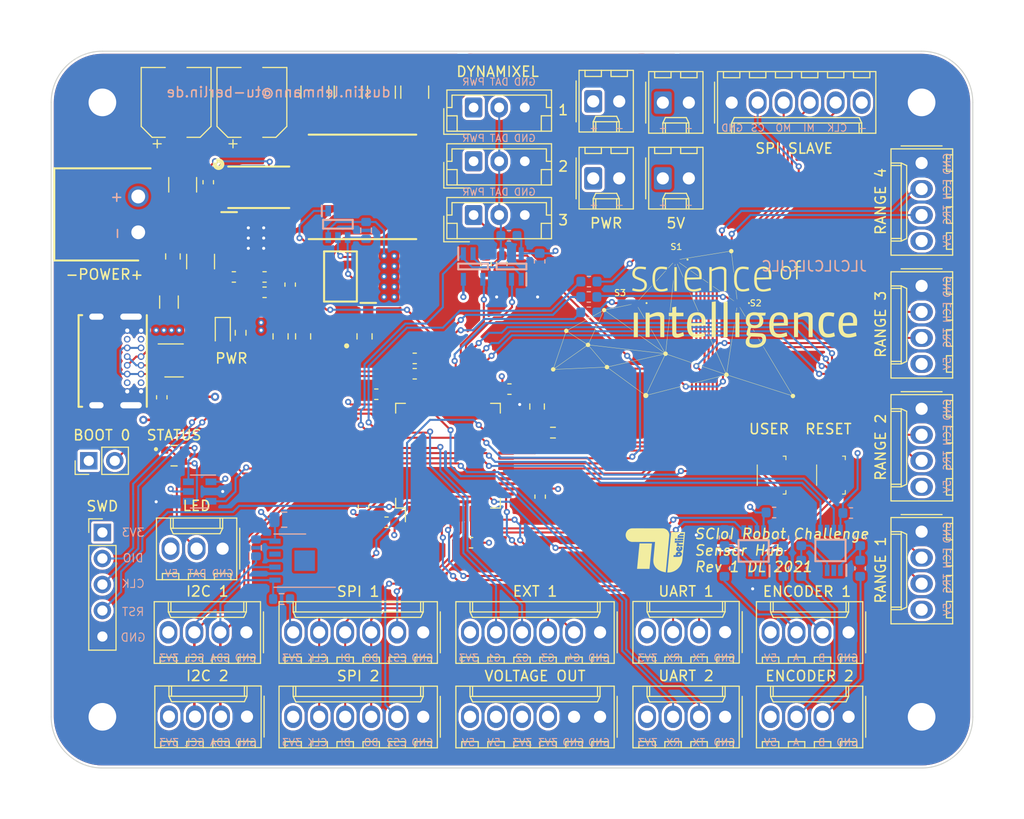
<source format=kicad_pcb>
(kicad_pcb (version 20211014) (generator pcbnew)
  (layers (0 "F.Cu" signal) (1 "In1.Cu" signal) (2 "In2.Cu" signal) (31 "B.Cu" signal) (34 "B.Paste" user) (35 "F.Paste" user) (36 "B.SilkS" user "B.Silkscreen") (37 "F.SilkS" user "F.Silkscreen") (38 "B.Mask" user) (39 "F.Mask" user) (44 "Edge.Cuts" user))
  (net 0 "")
  (net 3 "GPIO_EXT_3")
  (net 4 "GPIO_EXT_4")
  (net 5 "SPI1_SCK")
  (net 6 "SPI1_MISO")
  (net 7 "SPI1_MOSI")
  (net 8 "SPI1_NSS")
  (net 9 "SPI2_SCK")
  (net 10 "SPI2_MISO")
  (net 11 "SPI2_MOSI")
  (net 12 "GPIO_EXT_1")
  (net 13 "USART1_TX")
  (net 14 "USART1_RX")
  (net 15 "Net-(D6-Pad2)")
  (net 16 "I2C1_SCL")
  (net 17 "I2C1_SDA")
  (net 18 "UC_TTL_DIR")
  (net 19 "LED1")
  (net 21 "ENC_B_R")
  (net 22 "ENC_A_R")
  (net 23 "LED2")
  (net 24 "LED3")
  (net 27 "Net-(R7-Pad1)")
  (net 28 "USART2_TX")
  (net 29 "USART2_RX")
  (net 30 "USART6_TX")
  (net 31 "USART6_RX")
  (net 32 "PWM1")
  (net 33 "PWM2")
  (net 34 "GPIO_EXT_2")
  (net 35 "PWM_NEOPIXEL")
  (net 36 "GND")
  (net 37 "5V_USB")
  (net 38 "USB_IN_P")
  (net 39 "USB_IN_N")
  (net 40 "BAT_MEAS")
  (net 41 "USB_N")
  (net 42 "USB_P")
  (net 43 "+5V")
  (net 44 "Net-(C8-Pad1)")
  (net 45 "Net-(C10-Pad1)")
  (net 46 "Net-(C10-Pad2)")
  (net 47 "5V_REG")
  (net 49 "Net-(IC2-Pad4)")
  (net 50 "Net-(IC2-Pad5)")
  (net 51 "Net-(J4-Pad2)")
  (net 52 "Net-(U4-Pad4)")
  (net 53 "TTL_DATA")
  (net 54 "V_PWR")
  (net 55 "Net-(C19-Pad1)")
  (net 56 "Net-(C20-Pad1)")
  (net 57 "Net-(C21-Pad1)")
  (net 58 "Net-(C22-Pad1)")
  (net 60 "ENC_A_L")
  (net 61 "ENC_B_L")
  (net 63 "Net-(J14-Pad3)")
  (net 64 "Net-(J15-Pad3)")
  (net 65 "Net-(J14-Pad2)")
  (net 66 "Net-(J15-Pad2)")
  (net 67 "CC")
  (net 68 "NRST")
  (net 69 "SWDIO")
  (net 70 "SWCLK")
  (net 71 "BOOT0")
  (net 72 "RANGE_1_ECHO")
  (net 73 "RANGE_1_TRIG")
  (net 74 "RANGE_2_ECHO")
  (net 75 "RANGE_2_TRIG")
  (net 76 "RANGE_3_ECHO")
  (net 77 "RANGE_3_TRIG")
  (net 78 "RANGE_4_ECHO")
  (net 79 "RANGE_4_TRIG")
  (net 80 "Net-(D3-Pad2)")
  (net 81 "Net-(D4-Pad2)")
  (net 82 "Net-(D5-Pad2)")
  (net 85 "Net-(C30-Pad2)")
  (net 86 "Net-(R16-Pad1)")
  (net 87 "Net-(R17-Pad1)")
  (net 88 "USER_BTN")
  (net 89 "Net-(IC3-Pad4)")
  (net 90 "Net-(IC3-Pad5)")
  (net 92 "+3V3")
  (net 93 "GPIO_EXT_5")
  (footprint "Capacitor_SMD:C_1210_3225Metric" (layer "F.Cu") (at 184 64 90)
    (fp_text reference "C13" hide)
    (fp_text value "C_Small")
  )
  (footprint "downloaded_parts:SON65P200X200X80-7N" (layer "F.Cu") (at 182.5 87.45 180)
    (fp_text reference "IC1" hide)
    (fp_text value "NCV8187AMT330TAG" hide)
  )
  (footprint "Connector_Molex:Molex_KK-254_AE-6410-04A_1x04_P2.54mm_Vertical" (layer "F.Cu") (at 174.06 116.75 180)
    (fp_text reference "J19" hide)
    (fp_text value "I2C_MASTER_1")
  )
  (footprint "Capacitor_SMD:C_1210_3225Metric" (layer "F.Cu") (at 180.75 64 90)
    (fp_text reference "C11" hide)
    (fp_text value "4x 47uF / 16V / X7R")
  )
  (footprint "LED_SMD:LED_0603_1608Metric" (layer "F.Cu") (at 171.76 87.49 -90)
    (fp_text reference "D6" hide)
    (fp_text value "PWR_LED")
  )
  (footprint "Resistor_SMD:R_0603_1608Metric" (layer "F.Cu") (at 204 97.25)
    (fp_text reference "R7" hide)
    (fp_text value "10k")
  )
  (footprint "Connector_Molex:Molex_KK-254_AE-6410-06A_1x06_P2.54mm_Vertical" (layer "F.Cu") (at 208.6 125 180)
    (fp_text reference "J23" hide)
    (fp_text value "EXT_2")
  )
  (footprint "Connector_Molex:Molex_KK-254_AE-6410-03A_1x03_P2.54mm_Vertical" (layer "F.Cu") (at 171.74 108.58 180)
    (fp_text reference "J4" hide)
    (fp_text value "LED_EXT")
  )
  (footprint "Capacitor_SMD:CP_Elec_6.3x5.2" (layer "F.Cu") (at 167.2 65 90)
    (fp_text reference "C23" hide)
    (fp_text value "47uF")
  )
  (footprint "Connector_PinHeader_2.54mm:PinHeader_1x05_P2.54mm_Vertical" (layer "F.Cu") (at 160 107)
    (fp_text reference "J3" hide)
    (fp_text value "SWD")
  )
  (footprint "Capacitor_SMD:C_0603_1608Metric" (layer "F.Cu") (at 175.838 82.045 180)
    (fp_text reference "C8" hide)
    (fp_text value "22nF")
  )
  (footprint "Capacitor_SMD:C_0603_1608Metric" (layer "F.Cu") (at 199.75 93)
    (fp_text reference "C1" hide)
    (fp_text value "100n")
  )
  (footprint "Capacitor_SMD:C_0603_1608Metric" (layer "F.Cu") (at 196 108 180)
    (fp_text reference "C31" hide)
    (fp_text value "100n")
  )
  (footprint "neopixel:ws2812_2020" (layer "F.Cu") (at 167 99.5)
    (fp_text reference "U5" hide)
    (fp_text value "WS2812-2020")
  )
  (footprint "Connector_Molex:Molex_KK-254_AE-6410-04A_1x04_P2.54mm_Vertical" (layer "F.Cu") (at 220.81 116.73 180)
    (fp_text reference "J7" hide)
    (fp_text value "UART_DEBUG")
  )
  (footprint "downloaded_parts:SOIC127P600X170-9N" (layer "F.Cu") (at 175.088 78.295)
    (fp_text reference "IC2" hide)
    (fp_text value "LMR14050SSQDDARQ1" hide)
  )
  (footprint "Capacitor_SMD:C_0805_2012Metric" (layer "F.Cu") (at 166.888 80.045 -90)
    (fp_text reference "C7" hide)
    (fp_text value "0.22u/50V")
  )
  (footprint "Capacitor_SMD:C_0603_1608Metric" (layer "F.Cu") (at 187.75 106 180)
    (fp_text reference "C26" hide)
    (fp_text value "100n")
  )
  (footprint "downloaded_parts:POWERDI5" (layer "F.Cu") (at 176.26331 73.28981 -90)
    (fp_text reference "D1" hide)
    (fp_text value "PDS760-13" hide)
  )
  (footprint "Connector_JST:JST_EH_B3B-EH-A_1x03_P2.50mm_Vertical" (layer "F.Cu") (at 196.25 70.75)
    (fp_text reference "J9" hide)
    (fp_text value "Robotis_2")
  )
  (footprint "MountingHole:MountingHole_2.7mm_M2.5_Pad" (layer "F.Cu") (at 160 125)
    (fp_text reference "H4" hide)
    (fp_text value "MountingHole_Pad")
  )
  (footprint "Resistor_SMD:R_0603_1608Metric" (layer "F.Cu") (at 197.45 80.8 -90)
    (fp_text reference "R2" hide)
    (fp_text value "10k")
  )
  (footprint "Capacitor_SMD:C_0603_1608Metric" (layer "F.Cu") (at 186.75 93.5 180)
    (fp_text reference "C25" hide)
    (fp_text value "100n")
  )
  (footprint "Connector_Molex:Molex_KK-254_AE-6410-02A_1x02_P2.54mm_Vertical" (layer "F.Cu") (at 214.73 72.42)
    (fp_text reference "J27" hide)
    (fp_text value "5V_OUT")
  )
  (footprint "Resistor_SMD:R_0603_1608Metric" (layer "F.Cu") (at 175.838 83.545 180)
    (fp_text reference "R6" hide)
    (fp_text value "17.8k")
  )
  (footprint "Package_TO_SOT_SMD:SOT-23-6" (layer "F.Cu") (at 167 90.2)
    (fp_text reference "U2" hide)
    (fp_text value "USBLC6-2SC6")
  )
  (footprint "Connector_Molex:Molex_KK-254_AE-6410-04A_1x04_P2.54mm_Vertical" (layer "F.Cu") (at 220.81 125 180)
    (fp_text reference "J20" hide)
    (fp_text value "UART_1")
  )
  (footprint "Connector_Molex:Molex_KK-254_AE-6410-06A_1x06_P2.54mm_Vertical" (layer "F.Cu") (at 208.6 116.75 180)
    (fp_text reference "J22" hide)
    (fp_text value "EXT_1")
  )
  (footprint "Resistor_SMD:R_0603_1608Metric" (layer "F.Cu") (at 165.8 93.8 -90)
    (fp_text reference "R1" hide)
    (fp_text value "5.1k")
  )
  (footprint "Resistor_SMD:R_0603_1608Metric" (layer "F.Cu") (at 172.838 82.045)
    (fp_text reference "R4" hide)
    (fp_text value "59k")
  )
  (footprint "Capacitor_SMD:C_1206_3216Metric" (layer "F.Cu") (at 166.5 84.5 90)
    (fp_text reference "C3" hide)
    (fp_text value "4.7uF TANT")
  )
  (footprint "Resistor_SMD:R_0603_1608Metric" (layer "F.Cu") (at 178.338 82.795 -90)
    (fp_text reference "R5" hide)
    (fp_text value "100k")
  )
  (footprint "Connector_PinHeader_2.54mm:PinHeader_1x02_P2.54mm_Vertical" (layer "F.Cu") (at 158.67 100 90)
    (fp_text reference "J11" hide)
    (fp_text value "JMP_BOOT0")
  )
  (footprint "Connector_Molex:Molex_KK-254_AE-6410-04A_1x04_P2.54mm_Vertical" (layer "F.Cu") (at 240 106.92 -90)
    (fp_text reference "J16" hide)
    (fp_text value "RANGE_3")
  )
  (footprint "MountingHole:MountingHole_2.7mm_M2.5_Pad" (layer "F.Cu") (at 160 65)
    (fp_text reference "H3" hide)
    (fp_text value "MountingHole_Pad")
  )
  (footprint "Capacitor_SMD:C_1210_3225Metric" (layer "F.Cu") (at 169.588 80.545 -90)
    (fp_text reference "C6" hide)
    (fp_text value "4.7u/50V")
  )
  (footprint "downloaded_parts:GCT_USB4085-GF-A_REVA4" (layer "F.Cu") (at 159.75 90.25 -90)
    (fp_text reference "J28" hide)
    (fp_text value "USB4085-GF-A_REVA4")
  )
  (footprint "Capacitor_SMD:CP_Elec_6.3x5.2" (layer "F.Cu") (at 174.6 65 90)
    (fp_text reference "C24" hide)
    (fp_text value "47uF")
  )
  (footprint "Connector_Molex:Molex_KK-254_AE-6410-02A_1x02_P2.54mm_Vertical" (layer "F.Cu") (at 207.93 64.9)
    (fp_text reference "J26" hide)
    (fp_text value "PWR_OUT")
  )
  (footprint "Resistor_SMD:R_0603_1608Metric" (layer "F.Cu") (at 199 80.75 -90)
    (fp_text reference "R3" hide)
    (fp_text value "1k")
  )
  (footprint "Connector_Molex:Molex_KK-254_AE-6410-04A_1x04_P2.54mm_Vertical" (layer "F.Cu") (at 240 82.92 -90)
    (fp_text reference "J12" hide)
    (fp_text value "RANGE_1")
  )
  (footprint "downloaded_parts:SHDRRA2W82P0X350_1X2_900X920X745P" (layer "F.Cu") (at 163.5 77.6875 90)
    (fp_text reference "J21" hide)
    (fp_text value "PWR" hide)
  )
  (footprint "SamacSys_Parts:TL6330AF200Q" (layer "F.Cu") (at 231.15 101.4 90)
    (fp_text reference "S2" hide)
    (fp_text value "RESET" hide)
  )
  (footprint "MountingHole:MountingHole_2.7mm_M2.5_Pad" (layer "F.Cu") (at 240 125)
    (fp_text reference "H2" hide)
    (fp_text value "MountingHole_Pad")
  )
  (footprint "Resistor_SMD:R_0603_1608Metric" (layer "F.Cu") (at 190.5 91.5 180)
    (fp_text reference "R16" hide)
    (fp_text value "1k")
  )
  (footprint "LED_SMD:LED_0402_1005Metric" (layer "F.Cu") (at 222.05 84.6 180)
    (fp_text reference "D3" hide)
    (fp_text value "VCHG_LED")
  )
  (footprint "Capacitor_SMD:C_0603_1608Metric" (layer "F.Cu") (at 170.338 72.795 90)
    (fp_text reference "C10" hide)
    (fp_text value "100n / 16V")
  )
  (footprint "Package_QFP:LQFP-64_10x10mm_P0.5mm" (layer "F.Cu") (at 193.75 99.5 90)
    (fp_text reference "U1" hide)
    (fp_text value "STM32F401RCTx")
  )
  (footprint "Capacitor_SMD:C_0805_2012Metric" (layer "F.Cu") (at 185.6 87.85 -90)
    (fp_text reference "C4" hide)
    (fp_text value "1u")
  )
  (footprint "Connector_Molex:Molex_KK-254_AE-6410-04A_1x04_P2.54mm_Vertical" (layer "F.Cu") (at 240 70.92 -90)
    (fp_text reference "J17" hide)
    (fp_text value "RANGE_4")
  )
  (footprint "logos:scioi_logo_30" (layer "F.Cu") (at 218.8 86.6)
    (fp_text reference "G***" hide)
    (fp_text value "LOGO" hide)
  )
  (footprint "Connector_Molex:Molex_KK-254_AE-6410-04A_1x04_P2.54mm_Vertical" (layer "F.Cu") (at 232.87 125 180)
    (fp_text reference "J15" hide)
    (fp_text value "ENCODER_2")
  )
  (footprint "downloaded_parts:INDPM105102X500N" (layer "F.Cu") (at 185.4 73.25)
    (fp_text reference "L2" hide)
    (fp_text value "744325550" hide)
  )
  (footprint "LED_SMD:LED_0402_1005Metric" (layer "F.Cu") (at 216.05 80.35 180)
    (fp_text reference "D5" hide)
    (fp_text value "VCHG_LED")
  )
  (footprint "Capacitor_SMD:C_1210_3225Metric" (layer "F.Cu") (at 187.25 64 90)
    (fp_text reference "C14" hide)
    (fp_text value "C_Small")
  )
  (footprint "MountingHole:MountingHole_2.7mm_M2.5_Pad" (layer "F.Cu") (at 240 65)
    (fp_text reference "H1" hide)
    (fp_text value "MountingHole_Pad")
  )
  (footprint "Connector_Molex:Molex_KK-254_AE-6410-02A_1x02_P2.54mm_Vertical" (layer "F.Cu") (at 207.93 72.42)
    (fp_text reference "J1" hide)
    (fp_text value "PWR_OUT")
  )
  (footprint "Connector_Molex:Molex_KK-254_AE-6410-04A_1x04_P2.54mm_Vertical" (layer "F.Cu") (at 174.12 124.98 180)
    (fp_text reference "J18" hide)
    (fp_text value "I2C_MASTER_2")
  )
  (footprint "Capacitor_SMD:C_0805_2012Metric" (layer "F.Cu") (at 202.45 94.7 -90)
    (fp_text reference "C30" hide)
    (fp_text value "2u2")
  )
  (footprint "SamacSys_Parts:TL6330AF200Q" (layer "F.Cu") (at 225.35 101.4 90)
    (fp_text reference "S1" hide)
    (fp_text value "USER" hide)
  )
  (footprint "Capacitor_SMD:C_0603_1608Metric" (layer "F.Cu") (at 185.5 104.5 90)
    (fp_text reference "C28" hide)
    (fp_text value "100n")
  )
  (footprint "Capacitor_SMD:C_1210_3225Metric" (layer "F.Cu") (at 190.5 64 90)
    (fp_text reference "C12" hide)
    (fp_text value "C_Small")
  )
  (footprint "Connector_JST:JST_EH_B3B-EH-A_1x03_P2.50mm_Vertical" (layer "F.Cu") (at 196.25 65.5)
    (fp_text reference "J10" hide)
    (fp_text value "Robotis_3")
  )
  (footprint "downloaded_parts:SOIC127P600X175-8N" (layer "F.Cu") (at 183.25 82 180)
    (fp_text reference "U3" hide)
    (fp_text value "IRF9358TRPBF" hide)
  )
  (footprint "logos:tub_6" (layer "F.Cu") (at 214 108.75)
    (fp_text reference "G***" hide)
    (fp_text value "LOGO" hide)
  )
  (footprint "Connector_JST:JST_EH_B3B-EH-A_1x03_P2.50mm_Vertical" (layer "F.Cu") (at 196.25 76)
    (fp_text reference "J8" hide)
    (fp_text value "Robotis_1")
  )
  (footprint "Connector_Molex:Molex_KK-254_AE-6410-06A_1x06_P2.54mm_Vertical" (layer "F.Cu") (at 221.45 65.02)
    (fp_text reference "J5" hide)
    (fp_text value "SPI_SLAVE")
  )
  (footprint "Connector_Molex:Molex_KK-254_AE-6410-02A_1x02_P2.54mm_Vertical" (layer "F.Cu") (at 214.73 65.02)
    (fp_text reference "J25" hide)
    (fp_text value "5V_OUT")
  )
  (footprint "Capacitor_SMD:C_1210_3225Metric" (layer "F.Cu") (at 167.838 73.045 90)
    (fp_text reference "C5" hide)
    (fp_text value "4.7u/50V")
  )
  (footprint "Connector_Molex:Molex_KK-254_AE-6410-06A_1x06_P2.54mm_Vertical" (layer "F.Cu") (at 191.33 125 180)
    (fp_text reference "J24" hide)
    (fp_text value "SPI_MASTER_2")
  )
  (footprint "Connector_Molex:Molex_KK-254_AE-6410-06A_1x06_P2.54mm_Vertical" (layer "F.Cu") (at 191.33 116.75 180)
    (fp_text reference "J6" hide)
    (fp_text value "SPI_MASTER_1")
  )
  (footprint "Capacitor_SMD:C_0805_2012Metric" (layer "F.Cu") (at 177.4 87.85 -90)
    (fp_text reference "C9" hide)
    (fp_text value "10u")
  )
  (footprint "Connector_Molex:Molex_KK-254_AE-6410-04A_1x04_P2.54mm_Vertical" (layer "F.Cu") (at 240 94.92 -90)
    (fp_text reference "J13" hide)
    (fp_text value "RANGE_2")
  )
  (footprint "Capacitor_SMD:C_0805_2012Metric" (layer "F.Cu") (at 179.6 87.85 -90)
    (fp_text reference "C2" hide)
    (fp_text value "10u")
  )
  (footprint "LED_SMD:LED_0402_1005Metric" (layer "F.Cu") (at 212.05 84.6 180)
    (fp_text reference "D4" hide)
    (fp_text value "VCHG_LED")
  )
  (footprint "Resistor_SMD:R_0603_1608Metric" (layer "F.Cu") (at 173.5 87.5 -90)
    (fp_text reference "R9" hide)
    (fp_text value "1k")
  )
  (footprint "Connector_Molex:Molex_KK-254_AE-6410-04A_1x04_P2.54mm_Vertical" (layer "F.Cu") (at 232.87 116.75 180)
    (fp_text reference "J14" hide)
    (fp_text value "ENCODER_1")
  )
  (footprint "Resistor_SMD:R_0603_1608Metric" (layer "F.Cu") (at 190.5 90 180)
    (fp_text reference "R17" hide)
    (fp_text value "1k")
  )
  (footprint "Capacitor_SMD:C_0603_1608Metric" (layer "F.Cu") (at 202.75 103.5 90)
    (fp_text reference "C27" hide)
    (fp_text value "100n")
  )
  (footprint "Package_TO_SOT_SMD:SOT-23-6" (layer "B.Cu") (at 169.5 103 180)
    (fp_text reference "U4" hide)
    (fp_text value "SN74LVC1T45DBV")
  )
  (footprint "SamacSys_Parts3:SOP65P400X130-8N" (layer "B.Cu") (at 231.1 108.75 90)
    (fp_text reference "IC7" hide)
    (fp_text value "SN74LVC3G17DCTR" hide)
  )
  (footprint "downloaded_parts:SOT95P275X110-5N" (layer "B.Cu") (at 196.2 81.025484 -90)
    (fp_text reference "IC4" hide)
    (fp_text value "74LVC1G125GV,125" hide)
  )
  (footprint "Resistor_SMD:R_0603_1608Metric" (layer "B.Cu") (at 207.5 84 180)
    (fp_text reference "R18" hide)
    (fp_text value "1k")
  )
  (footprint "Capacitor_SMD:C_0603_1608Metric" (layer "B.Cu") (at 233.1 105.1)
    (fp_text reference "C17" hide)
    (fp_text value "0.1u")
  )
  (footprint "Resistor_SMD:R_0603_1608Metric" (layer "B.Cu") (at 175 108.5 -90)
    (fp_text reference "R10" hide)
    (fp_text value "4.7k")
  )
  (footprint "Capacitor_SMD:C_0603_1608Metric" (layer "B.Cu") (at 226.5 107.5 90)
    (fp_text reference "C19" hide)
    (fp_text value "100p")
  )
  (footprint "Resistor_SMD:R_0603_1608Metric" (layer "B.Cu") (at 207.5125 82.5 180)
    (fp_text reference "R20" hide)
    (fp_text value "1k")
  )
  (footprint "Capacitor_SMD:C_0603_1608Metric" (layer "B.Cu") (at 234 107.5 90)
    (fp_text reference "C20" hide)
    (fp_text value "100p")
  )
  (footprint "Capacitor_SMD:C_0603_1608Metric" (layer "B.Cu") (at 202.7 80.525484 -90)
    (fp_text reference "C29" hide)
    (fp_text value "100n")
  )
  (footprint "Resistor_SMD:R_0603_1608Metric" (layer "B.Cu") (at 234 110.5 -90)
    (fp_text reference "R13" hide)
    (fp_text value "1k")
  )
  (footprint "Capacitor_SMD:C_0603_1608Metric" (layer "B.Cu") (at 225.6 105.05)
    (fp_text reference "C18" hide)
    (fp_text value "0.1u")
  )
  (footprint "Resistor_SMD:R_0603_1608Metric" (layer "B.Cu") (at 226.5 110.5 -90)
    (fp_text reference "R12" hide)
    (fp_text value "1k")
  )
  (footprint "SamacSys_Parts3:SOP65P400X130-8N" (layer "B.Cu") (at 223.6 108.8 90)
    (fp_text reference "IC6" hide)
    (fp_text value "SN74LVC3G17DCTR" hide)
  )
  (footprint "downloaded_parts:SOT95P280X100-6N" (layer "B.Cu") (at 183 76.9 -90)
    (fp_text reference "IC3" hide)
    (fp_text value "LTC4412ES6#TRMPBF" hide)
  )
  (footprint "Capacitor_SMD:C_0805_2012Metric" (layer "B.Cu") (at 177.75 105.75)
    (fp_text reference "C15" hide)
    (fp_text value "1uF")
  )
  (footprint "downloaded_parts:SOT95P275X110-5N" (layer "B.Cu") (at 199.95 81.025484 90)
    (fp_text reference "IC5" hide)
    (fp_text value "SN74LVC1G126DBVR" hide)
  )
  (footprint "Resistor_SMD:R_0603_1608Metric" (layer "B.Cu") (at 199.7 78.025484 180)
    (fp_text reference "R21" hide)
    (fp_text value "10k")
  )
  (footprint "Package_DFN_QFN:DFN-8-1EP_6x5mm_P1.27mm_EP2x2mm" (layer "B.Cu") (at 179.75 109.75 180)
    (fp_text reference "U6" hide)
    (fp_text value "24LC256")
  )
  (footprint "Capacitor_SMD:C_0603_1608Metric" (layer "B.Cu") (at 228.25 107.5 90)
    (fp_text reference "C22" hide)
    (fp_text value "100p")
  )
  (footprint "Capacitor_SMD:C_0603_1608Metric" (layer "B.Cu") (at 220.75 107.5 90)
    (fp_text reference "C21" hide)
    (fp_text value "100p")
  )
  (footprint "Resistor_SMD:R_0603_1608Metric" (layer "B.Cu") (at 207.5 85.5 180)
    (fp_text reference "R19" hide)
    (fp_text value "1k")
  )
  (footprint "Resistor_SMD:R_0603_1608Metric" (layer "B.Cu") (at 220.75 110.5 -90)
    (fp_text reference "R14" hide)
    (fp_text value "1k")
  )
  (footprint "Resistor_SMD:R_0603_1608Metric" (layer "B.Cu") (at 228.25 110.5 -90)
    (fp_text reference "R15" hide)
    (fp_text value "1k")
  )
  (footprint "Resistor_SMD:R_0603_1608Metric" (layer "B.Cu") (at 185.75 77.5 -90)
    (fp_text reference "R8" hide)
    (fp_text value "470k")
  )
  (footprint "Resistor_SMD:R_0603_1608Metric" (layer "B.Cu") (at 177.5 113.5 180)
    (fp_text reference "R22" hide)
    (fp_text value "4.7k")
  )
  (gr_line (start 245 65) (end 245 125) (layer "Edge.Cuts") (width 0.1))
  (gr_arc (start 245 125) (mid 243.535534 128.535534) (end 240 130) (layer "Edge.Cuts") (width 0.1))
  (gr_line (start 155 125) (end 155 65) (layer "Edge.Cuts") (width 0.1))
  (gr_arc (start 240 60) (mid 243.535534 61.464466) (end 245 65) (layer "Edge.Cuts") (width 0.1))
  (gr_arc (start 155 65) (mid 156.464466 61.464466) (end 160 60) (layer "Edge.Cuts") (width 0.1))
  (gr_line (start 240 130) (end 160 130) (layer "Edge.Cuts") (width 0.1))
  (gr_arc (start 160 130) (mid 156.464466 128.535534) (end 155 125) (layer "Edge.Cuts") (width 0.1))
  (gr_line (start 160 60) (end 240 60) (layer "Edge.Cuts") (width 0.1))
  (gr_text "GND" (at 206 127.5) (layer "B.SilkS") (effects (font (size 0.7 0.7) (thickness 0.1)) (justify mirror)))
  (gr_text "GND" (at 220.75 119.25) (layer "B.SilkS") (effects (font (size 0.7 0.7) (thickness 0.1)) (justify mirror)))
  (gr_text "3V3" (at 166.5 119.25) (layer "B.SilkS") (effects (font (size 0.7 0.7) (thickness 0.1)) (justify mirror)))
  (gr_text "-" (at 210.5 75) (layer "B.SilkS") (effects (font (size 0.7 0.7) (thickness 0.1)) (justify mirror)))
  (gr_text "GND" (at 201.25 73.75) (layer "B.SilkS") (effects (font (size 0.7 0.7) (thickness 0.1)) (justify mirror)))
  (gr_text "DI" (at 183.75 119.25) (layer "B.SilkS") (effects (font (size 0.7 0.7) (thickness 0.1)) (justify mirror)))
  (gr_text "GND" (at 191.25 119.25) (layer "B.SilkS") (effects (font (size 0.7 0.7) (thickness 0.1)) (justify mirror)))
  (gr_text "5V" (at 195.75 127.5) (layer "B.SilkS") (effects (font (size 0.7 0.7) (thickness 0.1)) (justify mirror)))
  (gr_text "RST" (at 163 114.75) (layer "B.SilkS") (effects (font (size 0.8 0.8) (thickness 0.1)) (justify mirror)))
  (gr_text "PWR" (at 196.25 63) (layer "B.SilkS") (effects (font (size 0.7 0.7) (thickness 0.1)) (justify mirror)))
  (gr_text "GND" (at 220.75 127.5) (layer "B.SilkS") (effects (font (size 0.7 0.7) (thickness 0.1)) (justify mirror)))
  (gr_text "dustin.lehmann@tu-berlin.de" (at 188.25 64) (layer "B.SilkS") (effects (font (size 1 1)) (justify left mirror)))
  (gr_text "3V3" (at 201 127.5) (layer "B.SilkS") (effects (font (size 0.7 0.7) (thickness 0.1)) (justify mirror)))
  (gr_text "DO" (at 186.25 119.25) (layer "B.SilkS") (effects (font (size 0.7 0.7) (thickness 0.1)) (justify mirror)))
  (gr_text "CS2" (at 188.75 127.5) (layer "B.SilkS") (effects (font (size 0.7 0.7) (thickness 0.1)) (justify mirror)))
  (gr_text "3V3" (at 166.5 127.5) (layer "B.SilkS") (effects (font (size 0.7 0.7) (thickness 0.1)) (justify mirror)))
  (gr_text "+" (at 161.4 74.2) (layer "B.SilkS") (effects (font (size 1 1)) (justify mirror)))
  (gr_text "3V3" (at 195.75 119.25) (layer "B.SilkS") (effects (font (size 0.7 0.7) (thickness 0.1)) (justify mirror)))
  (gr_text "RX" (at 215.75 127.5) (layer "B.SilkS") (effects (font (size 0.7 0.7) (thickness 0.1)) (justify mirror)))
  (gr_text "GND" (at 171.75 111) (layer "B.SilkS") (effects (font (size 0.7 0.7) (thickness 0.1)) (justify mirror)))
  (gr_text "A" (at 227.75 119.25) (layer "B.SilkS") (effects (font (size 0.7 0.7) (thickness 0.1)) (justify mirror)))
  (gr_text "TX" (at 218.25 119.25) (layer "B.SilkS") (effects (font (size 0.7 0.7) (thickness 0.1)) (justify mirror)))
  (gr_text "DAT" (at 198.75 68.5) (layer "B.SilkS") (effects (font (size 0.7 0.7) (thickness 0.1)) (justify mirror)))
  (gr_text "DO" (at 186.25 127.5) (layer "B.SilkS") (effects (font (size 0.7 0.7) (thickness 0.1)) (justify mirror)))
  (gr_text "GND" (at 201.25 63) (layer "B.SilkS") (effects (font (size 0.7 0.7) (thickness 0.1)) (justify mirror)))
  (gr_text "SDA" (at 171.5 127.5) (layer "B.SilkS") (effects (font (size 0.7 0.7) (thickness 0.1)) (justify mirror)))
  (gr_text "DI" (at 183.75 127.5) (layer "B.SilkS") (effects (font (size 0.7 0.7) (thickness 0.1)) (justify mirror)))
  (gr_text "SDA" (at 171.5 119.25) (layer "B.SilkS") (effects (font (size 0.7 0.7) (thickness 0.1)) (justify mirror)))
  (gr_text "3V3" (at 178.5 127.5) (layer "B.SilkS") (effects (font (size 0.7 0.7) (thickness 0.1)) (justify mirror)))
  (gr_text "MI" (at 229 67.5) (layer "B.SilkS") (effects (font (size 0.7 0.7) (thickness 0.1)) (justify mirror)))
  (gr_text "5V" (at 225.25 119.25) (layer "B.SilkS") (effects (font (size 0.7 0.7) (thickness 0.1)) (justify mirror)))
  (gr_text "SCL" (at 169 119.25) (layer "B.SilkS") (effects (font (size 0.7 0.7) (thickness 0.1)) (justify mirror)))
  (gr_text "CLK" (at 181 119.25) (layer "B.SilkS") (effects (font (size 0.7 0.7) (thickness 0.1)) (justify mirror)))
  (gr_text "G2" (at 201 119.25) (layer "B.SilkS") (effects (font (size 0.7 0.7) (thickness 0.1)) (justify mirror)))
  (gr_text "GND" (at 242.5 95 90) (layer "B.SilkS") (effects (font (size 0.7 0.7) (thickness 0.1)) (justify mirror)))
  (gr_text "+" (at 208 67.5) (layer "B.SilkS") (effects (font (size 0.7 0.7) (thickness 0.1)) (justify mirror)))
  (gr_text "ECH" (at 242.5 97.5 90) (layer "B.SilkS") (effects (font (size 0.7 0.7) (thickness 0.1)) (justify mirror)))
  (gr_text "DAT" (at 198.75 73.75) (layer "B.SilkS") (effects (font (size 0.7 0.7) (thickness 0.1)) (justify mirror)))
  (gr_text "A" (at 227.75 127.5) (layer "B.SilkS") (effects (font (size 0.7 0.7) (thickness 0.1)) (justify mirror)))
  (gr_text "G1" (at 198.25 119.25) (layer "B.SilkS") (effects (font (size 0.7 0.7) (thickness 0.1)) (justify mirror)))
  (gr_text "GND" (at 221.5 67.5) (layer "B.SilkS") (effects (font (size 0.7 0.7) (thickness 0.1)) (justify mirror)))
  (gr_text "TRG" (at 242.5 100 90) (layer "B.SilkS") (effects (font (size 0.7 0.7) (thickness 0.1)) (justify mirror)))
  (gr_text "GND" (at 174 119.25) (layer "B.SilkS") (effects (font (size 0.7 0.7) (thickness 0.1)) (justify mirror)))
  (gr_text "PWR" (at 196.25 73.75) (layer "B.SilkS") (effects (font (size 0.7 0.7) (thickness 0.1)) (justify mirror)))
  (gr_text "TRG" (at 242.5 112 90) (layer "B.SilkS") (effects (font (size 0.7 0.7) (thickness 0.1)) (justify mirror)))
  (gr_text "GND" (at 201.25 68.5) (layer "B.SilkS") (effects (font (size 0.7 0.7) (thickness 0.1)) (justify mirror)))
  (gr_text "GND" (at 174 127.5) (layer "B.SilkS") (effects (font (size 0.7 0.7) (thickness 0.1)) (justify mirror)))
  (gr_text "-" (at 161.4 77.8 90) (layer "B.SilkS") (effects (font (size 1 1)) (justify mirror)))
  (gr_text "ECH" (at 242.5 109.5 90) (layer "B.SilkS") (effects (font (size 0.7 0.7) (thickness 0.1)) (justify mirror)))
  (gr_text "PWR" (at 196.25 68.5) (layer "B.SilkS") (effects (font (size 0.7 0.7) (thickness 0.1)) (justify mirror)))
  (gr_text "-" (at 210.5 67.5) (layer "B.SilkS") (effects (font (size 0.7 0.7) (thickness 0.1)) (justify mirror)))
  (gr_text "ECH" (at 242.5 85.5 90) (layer "B.SilkS") (effects (font (size 0.7 0.7) (thickness 0.1)) (justify mirror)))
  (gr_text "5V" (at 242.5 114.5 90) (layer "B.SilkS") (effects (font (size 0.7 0.7) (thickness 0.1)) (justify mirror)))
  (gr_text "TRG" (at 242.5 88 90) (layer "B.SilkS") (effects (font (size 0.7 0.7) (thickness 0.1)) (justify mirror)))
  (gr_text "+" (at 214.75 67.5) (layer "B.SilkS") (effects (font (size 0.7 0.7) (thickness 0.1)) (justify mirror)))
  (gr_text "5V" (at 242.5 78.5 90) (layer "B.SilkS") (effects (font (size 0.7 0.7) (thickness 0.1)) (justify mirror)))
  (gr_text "TRG" (at 242.5 76 90) (layer "B.SilkS") (effects (font (size 0.7 0.7) (thickness 0.1)) (justify mirror)))
  (gr_text "5V" (at 225.25 127.5) (layer "B.SilkS") (effects (font (size 0.7 0.7) (thickness 0.1)) (justify mirror)))
  (gr_text "TX" (at 218.25 127.5) (layer "B.SilkS") (effects (font (size 0.7 0.7) (thickness 0.1)) (justify mirror)))
  (gr_text "G4" (at 206 119.25) (layer "B.SilkS") (effects (font (size 0.7 0.7) (thickness 0.1)) (justify mirror)))
  (gr_text "B" (at 230.25 127.5) (layer "B.SilkS") (effects (font (size 0.7 0.7) (thickness 0.1)) (justify mirror)))
  (gr_text "3V3" (at 213.25 119.25) (layer "B.SilkS") (effects (font (size 0.7 0.7) (thickness 0.1)) (justify mirror)))
  (gr_text "GND" (at 232.75 119.25) (layer "B.SilkS") (effects (font (size 0.7 0.7) (thickness 0.1)) (justify mirror)))
  (gr_text "-" (at 217.25 75) (layer "B.SilkS") (effects (font (size 0.7 0.7) (thickness 0.1)) (justify mirror)))
  (gr_text "5V" (at 166.75 111) (layer "B.SilkS") (effects (font (size 0.7 0.7) (thickness 0.1)) (justify mirror)))
  (gr_text "+" (at 208 75) (layer "B.SilkS") (effects (font (size 0.7 0.7) (thickness 0.1)) (justify mirror)))
  (gr_text "+" (at 214.75 75) (layer "B.SilkS") (effects (font (size 0.7 0.7) (thickness 0.1)) (justify mirror)))
  (gr_text "CS" (at 224 67.5) (layer "B.SilkS") (effects (font (size 0.7 0.7) (thickness 0.1)) (justify mirror)))
  (gr_text "-" (at 234.25 67.5) (layer "B.SilkS") (effects (font (size 0.7 0.7) (thickness 0.1)) (justify mirror)))
  (gr_text "5V" (at 242.5 102.5 90) (layer "B.SilkS") (effects (font (size 0.7 0.7) (thickness 0.1)) (justify mirror)))
  (gr_text "DIO" (at 163 109.5) (layer "B.SilkS") (effects (font (size 0.8 0.8) (thickness 0.1)) (justify mirror)))
  (gr_text "DAT" (at 169.25 111) (layer "B.SilkS") (effects (font (size 0.7 0.7) (thickness 0.1)) (justify mirror)))
  (gr_text "CLK" (at 163 112) (layer "B.SilkS") (effects (font (size 0.8 0.8) (thickness 0.1)) (justify mirror)))
  (gr_text "JLCJLCJLCJLC" (at 234.75 81) (layer "B.SilkS") (effects (font (size 1 1)) (justify left mirror)))
  (gr_text "G3" (at 203.5 119.25) (layer "B.SilkS") (effects (font (size 0.7 0.7) (thickness 0.1)) (justify mirror)))
  (gr_text "DAT" (at 198.75 63) (layer "B.SilkS") (effects (font (size 0.7 0.7) (thickness 0.1)) (justify mirror)))
  (gr_text "GND" (at 191.25 127.5) (layer "B.SilkS") (effects (font (size 0.7 0.7) (thickness 0.1)) (justify mirror)))
  (gr_text "5V" (at 198.25 127.5) (layer "B.SilkS") (effects (font (size 0.7 0.7) (thickness 0.1)) (justify mirror)))
  (gr_text "-" (at 217.25 67.5) (layer "B.SilkS") (effects (font (size 0.7 0.7) (thickness 0.1)) (justify mirror)))
  (gr_text "GND" (at 163 117.25) (layer "B.SilkS") (effects (font (size 0.8 0.8) (thickness 0.1)) (justify mirror)))
  (gr_text "GND" (at 208.5 119.25) (layer "B.SilkS") (effects (font (size 0.7 0.7) (thickness 0.1)) (justify mirror)))
  (gr_text "5V" (at 242.5 90.5 90) (layer "B.SilkS") (effects (font (size 0.7 0.7) (thickness 0.1)) (justify mirror)))
  (gr_text "GND" (at 242.5 83 90) (layer "B.SilkS") (effects (font (size 0.7 0.7) (thickness 0.1)) (justify mirror)))
  (gr_text "ECH" (at 242.5 73.5 90) (layer "B.SilkS") (effects (font (size 0.7 0.7) (thickness 0.1)) (justify mirror)))
  (gr_text "3V3" (at 213.25 127.5) (layer "B.SilkS") (effects (font (size 0.7 0.7) (thickness 0.1)) (justify mirror)))
  (gr_text "GND" (at 232.75 127.5) (layer "B.SilkS") (effects (font (size 0.7 0.7) (thickness 0.1)) (justify mirror)))
  (gr_text "SCL" (at 169 127.5) (layer "B.SilkS") (effects (font (size 0.7 0.7) (thickness 0.1)) (justify mirror)))
  (gr_text "CS1" (at 188.75 119.25) (layer "B.SilkS") (effects (font (size 0.7 0.7) (thickness 0.1)) (justify mirror)))
  (gr_text "GND" (at 242.5 71 90) (layer "B.SilkS") (effects (font (size 0.7 0.7) (thickness 0.1)) (justify mirror)))
  (gr_text "3V3" (at 163 107) (layer "B.SilkS") (effects (font (size 0.8 0.8) (thickness 0.1)) (justify mirror)))
  (gr_text "RX" (at 215.75 119.25) (layer "B.SilkS") (effects (font (size 0.7 0.7) (thickness 0.1)) (justify mirror)))
  (gr_text "3V3" (at 178.5 119.25) (layer "B.SilkS") (effects (font (size 0.7 0.7) (thickness 0.1)) (justify mirror)))
  (gr_text "GND" (at 208.5 127.5) (layer "B.SilkS") (effects (font (size 0.7 0.7) (thickness 0.1)) (justify mirror)))
  (gr_text "3V3" (at 203.5 127.5) (layer "B.SilkS") (effects (font (size 0.7 0.7) (thickness 0.1)) (justify mirror)))
  (gr_text "GND" (at 242.5 107 90) (layer "B.SilkS") (effects (font (size 0.7 0.7) (thickness 0.1)) (justify mirror)))
  (gr_text "CLK" (at 181 127.5) (layer "B.SilkS") (effects (font (size 0.7 0.7) (thickness 0.1)) (justify mirror)))
  (gr_text "B" (at 230.25 119.25) (layer "B.SilkS") (effects (font (size 0.7 0.7) (thickness 0.1)) (justify mirror)))
  (gr_text "MO" (at 226.5 67.5) (layer "B.SilkS") (effects (font (size 0.7 0.7) (thickness 0.1)) (justify mirror)))
  (gr_text "CLK" (at 231.75 67.5) (layer "B.SilkS") (effects (font (size 0.7 0.7) (thickness 0.1)) (justify mirror)))
  (gr_text "DYNAMIXEL" (at 198.6 62) (layer "F.SilkS") (effects (font (size 1 1))))
  (gr_text "RANGE 2" (at 236 98.67 90) (layer "F.SilkS") (effects (font (size 1 1))))
  (gr_text "SPI 1" (at 184.98 112.77) (layer "F.SilkS") (effects (font (size 1 1))))
  (gr_text "SPI SLAVE" (at 227.55 69.5) (layer "F.SilkS") (effects (font (size 1 1))))
  (gr_text "SWD" (at 160 104.435) (layer "F.SilkS") (effects (font (size 1 1))))
  (gr_text "-POWER+" (at 160.2 81.8) (layer "F.SilkS") (effects (font (size 1 1))))
  (gr_text "RANGE 3" (at 236 86.67 90) (layer "F.SilkS") (effects (font (size 1 1))))
  (gr_text "I2C 1" (at 170.25 112.75) (layer "F.SilkS") (effects (font (size 1 1))))
  (gr_text "PWR" (at 209.2 76.8) (layer "F.SilkS") (effects (font (size 1 1))))
  (gr_text "LED" (at 169.2 104.4) (layer "F.SilkS") (effects (font (size 1 1))))
  (gr_text "5V" (at 216 76.8) (layer "F.SilkS") (effects (font (size 1 1))))
  (gr_text "PWR" (at 172.6 90) (layer "F.SilkS") (effects (font (size 1 1))))
  (gr_text "RESET" (at 230.9 96.9) (layer "F.SilkS") (effects (font (size 1 1))))
  (gr_text "STATUS" (at 167 97.5) (layer "F.SilkS") (effects (font (size 1 1))))
  (gr_text "3" (at 205 76.5) (layer "F.SilkS") (effects (font (size 1 1))))
  (gr_text "BOOT 0" (at 159.945 97.5) (layer "F.SilkS") (effects (font (size 1 1))))
  (gr_text "ENCODER 2" (at 229.06 121.02) (layer "F.SilkS") (effects (font (size 1 1))))
  (gr_text "RANGE 1" (at 236 110.67 90) (layer "F.SilkS") (effects (font (size 1 1))))
  (gr_text "UART 1" (at 217 112.75) (layer "F.SilkS") (effects (font (size 1 1))))
  (gr_text "VOLTAGE OUT" (at 202.25 121.02) (layer "F.SilkS") (effects (font (size 1 1))))
  (gr_text "SCIoI Robot Challenge\nSensor Hub\nRev 1 DL 2021" (at 217.75 108.75) (layer "F.SilkS") (effects (font (size 1 1) (thickness 0.15) italic) (justify left)))
  (gr_text "1" (at 205 65.75) (layer "F.SilkS") (effects (font (size 1 1))))
  (gr_text "SPI 2" (at 184.98 121.02) (layer "F.SilkS") (effects (font (size 1 1))))
  (gr_text "USER" (at 225.1 96.9) (layer "F.SilkS") (effects (font (size 1 1))))
  (gr_text "UART 2" (at 217 121) (layer "F.SilkS") (effects (font (size 1 1))))
  (gr_text "RANGE 4" (at 236 74.67 90) (layer "F.SilkS") (effects (font (size 1 1))))
  (gr_text "S3" (at 210.55 83.6) (layer "F.SilkS") (effects (font (size 0.6 0.6) (thickness 0.1))))
  (gr_text "ENCODER 1" (at 228.81 112.77) (layer "F.SilkS") (effects (font (size 1 1))))
  (gr_text "I2C 2\n" (at 170.25 121) (layer "F.SilkS") (effects (font (size 1 1))))
  (gr_text "2" (at 205 71.25) (layer "F.SilkS") (effects (font (size 1 1))))
  (gr_text "S1" (at 216.05 79.1) (layer "F.SilkS") (effects (font (size 0.6 0.6) (thickness 0.1))))
  (gr_text "EXT 1" (at 202.25 112.75) (layer "F.SilkS") (effects (font (size 1 1))))
  (gr_text "S2" (at 223.8 84.6) (layer "F.SilkS") (effects (font (size 0.6 0.6) (thickness 0.1))))
  (segment (start 194.849511 111.849511) (end 196.800009 111.849511) (width 0.2) (layer "F.Cu") (net 3))
  (segment (start 194.25 111.25) (end 194.849511 111.849511) (width 0.2) (layer "F.Cu") (net 3))
  (segment (start 193.150489 107.400489) (end 193.25 107.5) (width 0.2) (layer "F.Cu") (net 3))
  (segment (start 193.150489 106.501673) (end 193.150489 107.400489) (width 0.2) (layer "F.Cu") (net 3))
  (segment (start 196.800009 111.849511) (end 197 111.64952) (width 0.2) (layer "F.Cu") (net 3))
  (segment (start 200.394514 111.64952) (end 203.52 114.775006) (width 0.2) (layer "F.Cu") (net 3))
  (segment (start 193.5 105.175) (end 193.5 106.152162) (width 0.2) (layer "F.Cu") (net 3))
  (segment (start 197 111.64952) (end 200.394514 111.64952) (width 0.2) (layer "F.Cu") (net 3))
  (segment (start 203.52 114.775006) (end 203.52 116.75) (width 0.2) (layer "F.Cu") (net 3))
  (segment (start 193.5 106.152162) (end 193.150489 106.501673) (width 0.2) (layer "F.Cu") (net 3))
  (via (at 194.25 111.25) (size 0.6) (drill 0.3) (layers "F.Cu" "B.Cu") (net 3))
  (via (at 193.25 107.5) (size 0.6) (drill 0.3) (layers "F.Cu" "B.Cu") (net 3))
  (segment (start 193.25 110.25) (end 194.25 111.25) (width 0.2) (layer "B.Cu") (net 3))
  (segment (start 193.25 107.5) (end 193.25 110.25) (width 0.2) (layer "B.Cu") (net 3))
  (segment (start 195.25 111.25) (end 200.56 111.25) (width 0.2) (layer "F.Cu") (net 4))
  (segment (start 194 106.5) (end 193.75 106.75) (width 0.2) (layer "F.Cu") (net 4))
  (segment (start 194 105.175) (end 194 106.5) (width 0.2) (layer "F.Cu") (net 4))
  (segment (start 200.56 111.25) (end 206.06 116.75) (width 0.2) (layer "F.Cu") (net 4))
  (via (at 193.75 106.75) (size 0.6) (drill 0.3) (layers "F.Cu" "B.Cu") (net 4))
  (via (at 195.25 111.25) (size 0.6) (drill 0.3) (layers "F.Cu" "B.Cu") (net 4))
  (segment (start 193.849511 106.849511) (end 193.849511 109.849511) (width 0.2) (layer "B.Cu") (net 4))
  (segment (start 194 110) (end 195.25 111.25) (width 0.2) (layer "B.Cu") (net 4))
  (segment (start 193.849511 109.849511) (end 194 110) (width 0.2) (layer "B.Cu") (net 4))
  (segment (start 193.75 106.75) (end 193.849511 106.849511) (width 0.2) (layer "B.Cu") (net 4))
  (segment (start 227.32904 67.735966) (end 228.315006 66.75) (width 0.2) (layer "F.Cu") (net 5))
  (segment (start 230.75 66.75) (end 231.61 65.89) (width 0.2) (layer "F.Cu") (net 5))
  (segment (start 227.32904 74.355954) (end 227.32904 67.735966) (width 0.2) (layer "F.Cu") (net 5))
  (segment (start 231.61 65.89) (end 231.61 65.02) (width 0.2) (layer "F.Cu") (net 5))
  (segment (start 228.315006 66.75) (end 230.75 66.75) (width 0.2) (layer "F.Cu") (net 5))
  (segment (start 199.425 101.25) (end 212.684994 101.25) (width 0.2) (layer "F.Cu") (net 5))
  (segment (start 219.60048 94.334514) (end 219.600481 82.084513) (width 0.2) (layer "F.Cu") (net 5))
  (segment (start 212.684994 101.25) (end 219.60048 94.334514) (width 0.2) (layer "F.Cu") (net 5))
  (segment (start 219.600481 82.084513) (end 227.32904 74.355954) (width 0.2) (layer "F.Cu") (net 5))
  (segment (start 219.20096 88.5) (end 219.200962 81.919026) (width 0.2) (layer "F.Cu") (net 6))
  (segment (start 219.200962 81.919026) (end 226.92952 74.190468) (width 0.2) (layer "F.Cu") (net 6))
  (segment (start 219.20096 94.169028) (end 219.20096 88.5) (width 0.2) (layer "F.Cu") (net 6))
  (segment (start 212.619988 100.75) (end 219.20096 94.169028) (width 0.2) (layer "F.Cu") (net 6))
  (segment (start 226.92952 74.190468) (end 226.92952 67.57048) (width 0.2) (layer "F.Cu") (net 6))
  (segment (start 199.425 100.75) (end 212.619988 100.75) (width 0.2) (layer "F.Cu") (net 6))
  (segment (start 229.07 65.43) (end 229.07 65.02) (width 0.2) (layer "F.Cu") (net 6))
  (segment (start 226.92952 67.57048) (end 229.07 65.43) (width 0.2) (layer "F.Cu") (net 6))
  (segment (start 218.80144 81.753542) (end 226.53 74.024982) (width 0.2) (layer "F.Cu") (net 7))
  (segment (start 212.554982 100.25) (end 218.80144 94.003542) (width 0.2) (layer "F.Cu") (net 7))
  (segment (start 199.425 100.25) (end 212.554982 100.25) (width 0.2) (layer "F.Cu") (net 7))
  (segment (start 218.80144 94.003542) (end 218.80144 81.753542) (width 0.2) (layer "F.Cu") (net 7))
  (segment (start 226.53 74.024982) (end 226.53 65.02) (width 0.2) (layer "F.Cu") (net 7))
  (segment (start 220 82.25) (end 228 74.25) (width 0.2) (layer "F.Cu") (net 8))
  (segment (start 220 94.5) (end 220 82.25) (width 0.2) (layer "F.Cu") (net 8))
  (segment (start 199.425 101.75) (end 212.75 101.75) (width 0.2) (layer "F.Cu") (net 8))
  (segment (start 228 74.25) (end 228 71.25) (width 0.2) (layer "F.Cu") (net 8))
  (segment (start 212.75 101.75) (end 220 94.5) (width 0.2) (layer "F.Cu") (net 8))
  (via (at 228 71.25) (size 0.6) (drill 0.3) (layers "F.Cu" "B.Cu") (net 8))
  (segment (start 223.99 67.24) (end 223.99 65.02) (width 0.2) (layer "B.Cu") (net 8))
  (segment (start 228 71.25) (end 223.99 67.24) (width 0.2) (layer "B.Cu") (net 8))
  (segment (start 197.5 97.25) (end 196.75 96.5) (width 0.2) (layer "F.Cu") (net 9))
  (segment (start 186.75 109) (end 181.17 114.58) (width 0.2) (layer "F.Cu") (net 9))
  (segment (start 199.425 97.25) (end 197.5 97.25) (width 0.2) (layer "F.Cu") (net 9))
  (segment (start 181.17 116.75) (end 181.17 125) (width 0.2) (layer "F.Cu") (net 9))
  (segment (start 181.17 114.58) (end 181.17 116.75) (width 0.2) (layer "F.Cu") (net 9))
  (via (at 196.75 96.5) (size 0.6) (drill 0.3) (layers "F.Cu" "B.Cu") (net 9))
  (via (at 186.75 109) (size 0.6) (drill 0.3) (layers "F.Cu" "B.Cu") (net 9))
  (segment (start 189.75 104.75) (end 186.75 107.75) (width 0.2) (layer "B.Cu") (net 9))
  (segment (start 189.75 98.25) (end 189.75 104.75) (width 0.2) (layer "B.Cu") (net 9))
  (segment (start 196.75 96.5) (end 196.25 96) (width 0.2) (layer "B.Cu") (net 9))
  (segment (start 192 96) (end 189.75 98.25) (width 0.2) (layer "B.Cu") (net 9))
  (segment (start 186.75 107.75) (end 186.75 109) (width 0.2) (layer "B.Cu") (net 9))
  (segment (start 196.25 96) (end 192 96) (width 0.2) (layer "B.Cu") (net 9))
  (segment (start 194.5 105.175) (end 194.5 106.939548) (width 0.2) (layer "F.Cu") (net 10))
  (segment (start 193.85048 109.5) (end 189.35048 114) (width 0.2) (layer "F.Cu") (net 10))
  (segment (start 183.71 115.79) (end 183.71 116.75) (width 0.2) (layer "F.Cu") (net 10))
  (segment (start 193.85048 107.589068) (end 193.85048 109.5) (width 0.2) (layer "F.Cu") (net 10))
  (segment (start 194.5 106.939548) (end 193.85048 107.589068) (width 0.2) (layer "F.Cu") (net 10))
  (segment (start 183.71 125) (end 183.71 116.75) (width 0.2) (layer "F.Cu") (net 10))
  (segment (start 185.5 114) (end 183.71 115.79) (width 0.2) (layer "F.Cu") (net 10))
  (segment (start 189.35048 114) (end 185.5 114) (width 0.2) (layer "F.Cu") (net 10))
  (segment (start 194.25 107.754554) (end 194.249999 109.665487) (width 0.2) (layer "F.Cu") (net 11))
  (segment (start 187.350481 114.399519) (end 186.25 115.5) (width 0.2) (layer "F.Cu") (net 11))
  (segment (start 195 107.004554) (end 194.25 107.754554) (width 0.2) (layer "F.Cu") (net 11))
  (segment (start 189.515966 114.39952) (end 189.184993 114.399519) (width 0.2) (layer "F.Cu") (net 11))
  (segment (start 186.25 115.5) (end 186.25 116.75) (width 0.2) (layer "F.Cu") (net 11))
  (segment (start 186.25 125) (end 186.25 116.75) (width 0.2) (layer "F.Cu") (net 11))
  (segment (start 195 105.175) (end 195 107.004554) (width 0.2) (layer "F.Cu") (net 11))
  (segment (start 189.184993 114.399519) (end 187.350481 114.399519) (width 0.2) (layer "F.Cu") (net 11))
  (segment (start 194.249999 109.665487) (end 189.515966 114.39952) (width 0.2) (layer "F.Cu") (net 11))
  (segment (start 191 105.175) (end 191 110.5) (width 0.2) (layer "F.Cu") (net 12))
  (segment (start 191 110.5) (end 188.75 112.75) (width 0.2) (layer "F.Cu") (net 12))
  (via (at 188.75 112.75) (size 0.6) (drill 0.3) (layers "F.Cu" "B.Cu") (net 12))
  (segment (start 188.79 112.79) (end 188.79 116.75) (width 0.2) (layer "B.Cu") (net 12))
  (segment (start 188.75 112.75) (end 188.79 112.79) (width 0.2) (layer "B.Cu") (net 12))
  (segment (start 194.5 100.25) (end 194.75 100.25) (width 0.2) (layer "F.Cu") (net 13))
  (segment (start 188.075 100.25) (end 189.75 100.25) (width 0.2) (layer "F.Cu") (net 13))
  (segment (start 194.75 100.25) (end 195 100.5) (width 0.2) (layer "F.Cu") (net 13))
  (segment (start 189.75 100.25) (end 194.5 100.25) (width 0.2) (layer "F.Cu") (net 13))
  (via (at 195 100.5) (size 0.6) (drill 0.3) (layers "F.Cu" "B.Cu") (net 13))
  (segment (start 211.149519 113.584513) (end 211.149519 118.399519) (width 0.2) (layer "B.Cu") (net 13))
  (segment (start 216.5 122) (end 218.27 123.77) (width 0.2) (layer "B.Cu") (net 13))
  (segment (start 195.60048 101.10048) (end 198.665487 101.100481) (width 0.2) (layer "B.Cu") (net 13))
  (segment (start 198.665487 101.100481) (end 211.149519 113.584513) (width 0.2) (layer "B.Cu") (net 13))
  (segment (start 195 100.5) (end 195.60048 101.10048) (width 0.2) (layer "B.Cu") (net 13))
  (segment (start 218.27 123.77) (end 218.27 125) (width 0.2) (layer "B.Cu") (net 13))
  (segment (start 214.75 122) (end 216.5 122) (width 0.2) (layer "B.Cu") (net 13))
  (segment (start 211.149519 118.399519) (end 214.75 122) (width 0.2) (layer "B.Cu") (net 13))
  (segment (start 192.5 93.825) (end 192.5 95.25) (width 0.2) (layer "F.Cu") (net 14))
  (segment (start 192.5 95.25) (end 192.5 95.5) (width 0.2) (layer "F.Cu") (net 14))
  (segment (start 192.5 95.5) (end 194 97) (width 0.2) (layer "F.Cu") (net 14))
  (via (at 194 97) (size 0.6) (drill 0.3) (layers "F.Cu" "B.Cu") (net 14))
  (segment (start 195 101.5) (end 198.5 101.5) (width 0.2) (layer "B.Cu") (net 14))
  (segment (start 210.75 118.565006) (end 210.75 118.5) (width 0.2) (layer "B.Cu") (net 14))
  (segment (start 215.73 125) (end 215.73 123.545006) (width 0.2) (layer "B.Cu") (net 14))
  (segment (start 210.75 113.75) (end 210.75 118.5) (width 0.2) (layer "B.Cu") (net 14))
  (segment (start 194 97) (end 194 100.5) (width 0.2) (layer "B.Cu") (net 14))
  (segment (start 198.5 101.5) (end 210.75 113.75) (width 0.2) (layer "B.Cu") (net 14))
  (segment (start 194 100.5) (end 195 101.5) (width 0.2) (layer "B.Cu") (net 14))
  (segment (start 215.73 123.545006) (end 210.75 118.565006) (width 0.2) (layer "B.Cu") (net 14))
  (segment (start 171.8075 88.325) (end 171.76 88.2775) (width 0.2) (layer "F.Cu") (net 15))
  (segment (start 173.5 88.325) (end 171.8075 88.325) (width 0.2) (layer "F.Cu") (net 15))
  (segment (start 179.934994 101.75) (end 173.850481 107.834513) (width 0.2) (layer "F.Cu") (net 16))
  (segment (start 168.98 116.75) (end 168.98 124.92) (width 0.25) (layer "F.Cu") (net 16))
  (segment (start 173.850481 107.834513) (end 173.850481 114.149519) (width 0.2) (layer "F.Cu") (net 16))
  (segment (start 170.48 115.25) (end 168.98 116.75) (width 0.2) (layer "F.Cu") (net 16))
  (segment (start 188.075 101.75) (end 179.934994 101.75) (width 0.2) (layer "F.Cu") (net 16))
  (segment (start 172.75 115.25) (end 170.48 115.25) (width 0.2) (layer "F.Cu") (net 16))
  (segment (start 173.850481 114.149519) (end 172.75 115.25) (width 0.2) (layer "F.Cu") (net 16))
  (segment (start 168.98 124.92) (end 169.04 124.98) (width 0.25) (layer "F.Cu") (net 16))
  (segment (start 174.467497 110.467497) (end 174.549994 110.385) (width 0.2) (layer "B.Cu") (net 16))
  (segment (start 168.98 116.75) (end 168.98 115.954994) (width 0.2) (layer "B.Cu") (net 16))
  (segment (start 175 109.325) (end 175 109.934994) (width 0.2) (layer "B.Cu") (net 16))
  (segment (start 168.98 115.954994) (end 174.467497 110.467497) (width 0.2) (layer "B.Cu") (net 16))
  (segment (start 174.549994 110.385) (end 176.85 110.385) (width 0.2) (layer "B.Cu") (net 16))
  (segment (start 175 109.934994) (end 174.467497 110.467497) (width 0.2) (layer "B.Cu") (net 16))
  (segment (start 171.81786 116.75) (end 171.52 116.75) (width 0.2) (layer "F.Cu") (net 17))
  (segment (start 171.52 124.92) (end 171.58 124.98) (width 0.25) (layer "F.Cu") (net 17))
  (segment (start 171.52 116.75) (end 171.52 124.92) (width 0.25) (layer "F.Cu") (net 17))
  (segment (start 180 102.25) (end 174.25 108) (width 0.2) (layer "F.Cu") (net 17))
  (segment (start 188.075 102.25) (end 180 102.25) (width 0.2) (layer "F.Cu") (net 17))
  (segment (start 174.25 114.31786) (end 171.81786 116.75) (width 0.2) (layer "F.Cu") (net 17))
  (segment (start 174.25 108) (end 174.25 114.31786) (width 0.2) (layer "F.Cu") (net 17))
  (segment (start 171.52 116.75) (end 171.52 113.98) (width 0.2) (layer "B.Cu") (net 17))
  (segment (start 176.675 113.5) (end 176.675 111.83) (width 0.2) (layer "B.Cu") (net 17))
  (segment (start 173.845 111.655) (end 176.85 111.655) (width 0.2) (layer "B.Cu") (net 17))
  (segment (start 176.675 111.83) (end 176.85 111.655) (width 0.2) (layer "B.Cu") (net 17))
  (segment (start 171.52 113.98) (end 173.845 111.655) (width 0.2) (layer "B.Cu") (net 17))
  (segment (start 188.075 97.25) (end 185.9887 97.25) (width 0.2) (layer "F.Cu") (net 18))
  (segment (start 185.9887 97.25) (end 185.241525 96.502825) (width 0.2) (layer "F.Cu") (net 18))
  (via (at 185.241525 96.502825) (size 0.6) (drill 0.3) (layers "F.Cu" "B.Cu") (net 18))
  (segment (start 185.60048 94.75) (end 185.600481 90.584513) (width 0.2) (layer "B.Cu") (net 18))
  (segment (start 193.25 81.775484) (end 195.25 79.775484) (width 0.2) (layer "B.Cu") (net 18))
  (segment (start 195.25 80.239604) (end 195.25 79.775484) (width 0.2) (layer "B.Cu") (net 18))
  (segment (start 189.584514 86.60048) (end 191.64952 86.60048) (width 0.2) (layer "B.Cu") (net 18))
  (segment (start 191.64952 86.60048) (end 193.25 85) (width 0.2) (layer "B.Cu") (net 18))
  (segment (start 200.9 81.900484) (end 200.099032 81.099516) (width 0.2) (layer "B.Cu") (net 18))
  (segment (start 200.9 82.275484) (end 200.9 81.900484) (width 0.2) (layer "B.Cu") (net 18))
  (segment (start 196.10991 81.099514) (end 195.25 80.239604) (width 0.2) (layer "B.Cu") (net 18))
  (segment (start 185.241525 95.108955) (end 185.60048 94.75) (width 0.2) (layer "B.Cu") (net 18))
  (segment (start 200.099032 81.099516) (end 196.10991 81.099514) (width 0.2) (layer "B.Cu") (net 18))
  (segment (start 185.241525 96.502825) (end 185.241525 95.108955) (width 0.2) (layer "B.Cu") (net 18))
  (segment (start 185.600481 90.584513) (end 189.584514 86.60048) (width 0.2) (layer "B.Cu") (net 18))
  (segment (start 193.25 85) (end 193.25 81.775484) (width 0.2) (layer "B.Cu") (net 18))
  (segment (start 193.5 93.825) (end 193.5 91) (width 0.2) (layer "F.Cu") (net 19))
  (segment (start 193.25 88) (end 194.25 87) (width 0.2) (layer "F.Cu") (net 19))
  (segment (start 194.25 87) (end 195 86.25) (width 0.2) (layer "F.Cu") (net 19))
  (segment (start 193.5 91) (end 193.25 90.75) (width 0.2) (layer "F.Cu") (net 19))
  (segment (start 193.25 90.75) (end 193.25 88) (width 0.2) (layer "F.Cu") (net 19))
  (via (at 195 86.25) (size 0.6) (drill 0.3) (layers "F.Cu" "B.Cu") (net 19))
  (segment (start 197.252401 85.752401) (end 204 85.752401) (width 0.2) (layer "B.Cu") (net 19))
  (segment (start 195 86.25) (end 195.5 85.75) (width 0.2) (layer "B.Cu") (net 19))
  (segment (start 204 85.752401) (end 205.752401 84) (width 0.2) (layer "B.Cu") (net 19))
  (segment (start 195.5 85.75) (end 197.25 85.75) (width 0.2) (layer "B.Cu") (net 19))
  (segment (start 197.25 85.75) (end 197.252401 85.752401) (width 0.2) (layer "B.Cu") (net 19))
  (segment (start 205.752401 84) (end 206.7125 84) (width 0.2) (layer "B.Cu") (net 19))
  (segment (start 189.75 99.75) (end 195.25 99.75) (width 0.2) (layer "F.Cu") (net 21))
  (segment (start 188.075 99.75) (end 189.75 99.75) (width 0.2) (layer "F.Cu") (net 21))
  (segment (start 197 99.75) (end 197.75 100.5) (width 0.2) (layer "F.Cu") (net 21))
  (segment (start 195.25 99.75) (end 197 99.75) (width 0.2) (layer "F.Cu") (net 21))
  (via (at 197.75 100.5) (size 0.6) (drill 0.3) (layers "F.Cu" "B.Cu") (net 21))
  (segment (start 230.125 106.8) (end 230.125 103.940006) (width 0.2) (layer "B.Cu") (net 21))
  (segment (start 207 100.5) (end 197.75 100.5) (width 0.2) (layer "B.Cu") (net 21))
  (segment (start 208.64952 102.14952) (end 207 100.5) (width 0.2) (layer "B.Cu") (net 21))
  (segment (start 230.125 103.940006) (end 228.334514 102.14952) (width 0.2) (layer "B.Cu") (net 21))
  (segment (start 228.334514 102.14952) (end 208.64952 102.14952) (width 0.2) (layer "B.Cu") (net 21))
  (segment (start 197.5 99.25) (end 197.75 99.5) (width 0.2) (layer "F.Cu") (net 22))
  (segment (start 188.075 99.25) (end 197.5 99.25) (width 0.2) (layer "F.Cu") (net 22))
  (via (at 197.75 99.5) (size 0.6) (drill 0.3) (layers "F.Cu" "B.Cu") (net 22))
  (segment (start 231.425 104.675) (end 228.5 101.75) (width 0.2) (layer "B.Cu") (net 22))
  (segment (start 198.35048 100.10048) (end 197.75 99.5) (width 0.2) (layer "B.Cu") (net 22))
  (segment (start 228.5 101.75) (end 208.815006 101.75) (width 0.2) (layer "B.Cu") (net 22))
  (segment (start 207.165487 100.100481) (end 198.35048 100.10048) (width 0.2) (layer "B.Cu") (net 22))
  (segment (start 208.815006 101.75) (end 207.165487 100.100481) (width 0.2) (layer "B.Cu") (net 22))
  (segment (start 231.425 106.8) (end 231.425 104.675) (width 0.2) (layer "B.Cu") (net 22))
  (segment (start 193.75 88.25) (end 194.75 87.25) (width 0.2) (layer "F.Cu") (net 23))
  (segment (start 193.75 90.5) (end 193.75 88.25) (width 0.2) (layer "F.Cu") (net 23))
  (segment (start 194.75 87.25) (end 195 87.25) (width 0.2) (layer "F.Cu") (net 23))
  (segment (start 194 90.75) (end 193.75 90.5) (width 0.2) (layer "F.Cu") (net 23))
  (segment (start 194 93.825) (end 194 90.75) (width 0.2) (layer "F.Cu") (net 23))
  (via (at 195 87.25) (size 0.6) (drill 0.3) (layers "F.Cu" "B.Cu") (net 23))
  (segment (start 196.184994 87.25) (end 197.283073 86.151921) (width 0.2) (layer "B.Cu") (net 23))
  (segment (start 206.060579 86.151921) (end 206.7125 85.5) (width 0.2) (layer "B.Cu") (net 23))
  (segment (start 195 87.25) (end 196.184994 87.25) (width 0.2) (layer "B.Cu") (net 23))
  (segment (start 197.283073 86.151921) (end 206.060579 86.151921) (width 0.2) (layer "B.Cu") (net 23))
  (segment (start 188.075 96.75) (end 186.5 96.75) (width 0.2) (layer "F.Cu") (net 24))
  (segment (start 186.5 96.75) (end 186 96.25) (width 0.2) (layer "F.Cu") (net 24))
  (via (at 186 96.25) (size 0.6) (drill 0.3) (layers "F.Cu" "B.Cu") (net 24))
  (segment (start 186 90.75) (end 189.75 87) (width 0.2) (layer "B.Cu") (net 24))
  (segment (start 203.836914 85.350481) (end 206.687395 82.5) (width 0.2) (layer "B.Cu") (net 24))
  (segment (start 193.25 87) (end 194.89952 85.35048) (width 0.2) (layer "B.Cu") (net 24))
  (segment (start 195.665487 85.350481) (end 203.836914 85.350481) (width 0.2) (layer "B.Cu") (net 24))
  (segment (start 194.89952 85.35048) (end 195.665487 85.350481) (width 0.2) (layer "B.Cu") (net 24))
  (segment (start 206.687395 82.5) (end 206.725 82.5) (width 0.2) (layer "B.Cu") (net 24))
  (segment (start 189.75 87) (end 193.25 87) (width 0.2) (layer "B.Cu") (net 24))
  (segment (start 186 96.25) (end 186 90.75) (width 0.2) (layer "B.Cu") (net 24))
  (segment (start 199.425 97.75) (end 202.675 97.75) (width 0.2) (layer "F.Cu") (net 27))
  (segment (start 202.675 97.75) (end 203.175 97.25) (width 0.2) (layer "F.Cu") (net 27))
  (segment (start 216.25 112.25) (end 218.27 114.27) (width 0.2) (layer "F.Cu") (net 28))
  (segment (start 197.5 105.175) (end 198.075 105.75) (width 0.2) (layer "F.Cu") (net 28))
  (segment (start 218.27 114.27) (end 218.27 116.73) (width 0.2) (layer "F.Cu") (net 28))
  (segment (start 205.299503 112.25) (end 216.25 112.25) (width 0.2) (layer "F.Cu") (net 28))
  (segment (start 198.075 105.75) (end 200.25 105.75) (width 0.2) (layer "F.Cu") (net 28))
  (segment (start 200.799503 107.75) (end 205.299503 112.25) (width 0.2) (layer "F.Cu") (net 28))
  (via (at 200.25 105.75) (size 0.6) (drill 0.3) (layers "F.Cu" "B.Cu") (net 28))
  (via (at 200.799503 107.75) (size 0.6) (drill 0.3) (layers "F.Cu" "B.Cu") (net 28))
  (segment (start 200.799503 106.299503) (end 200.799503 107.75) (width 0.2) (layer "B.Cu") (net 28))
  (segment (start 200.25 105.75) (end 200.799503 106.299503) (width 0.2) (layer "B.Cu") (net 28))
  (segment (start 205.134017 112.64952) (end 214.14952 112.64952) (width 0.2) (layer "F.Cu") (net 29))
  (segment (start 200.959417 108.757752) (end 201.242249 108.757751) (width 0.2) (layer "F.Cu") (net 29))
  (segment (start 214.14952 112.64952) (end 215.73 114.23) (width 0.2) (layer "F.Cu") (net 29))
  (segment (start 201.242249 108.757751) (end 205.134017 112.64952) (width 0.2) (layer "F.Cu") (net 29))
  (segment (start 215.73 114.23) (end 215.73 116.73) (width 0.2) (layer "F.Cu") (net 29))
  (segment (start 199.425 103.25) (end 199.425 104.925) (width 0.2) (layer "F.Cu") (net 29))
  (segment (start 199.425 104.925) (end 199.5 105) (width 0.2) (layer "F.Cu") (net 29))
  (segment (start 200 107.75) (end 200 107.798335) (width 0.2) (layer "F.Cu") (net 29))
  (segment (start 200 107.798335) (end 200.959417 108.757752) (width 0.2) (layer "F.Cu") (net 29))
  (via (at 199.5 105) (size 0.6) (drill 0.3) (layers "F.Cu" "B.Cu") (net 29))
  (via (at 200 107.75) (size 0.6) (drill 0.3) (layers "F.Cu" "B.Cu") (net 29))
  (segment (start 199.5 105) (end 199.5 107.25) (width 0.2) (layer "B.Cu") (net 29))
  (segment (start 199.5 107.25) (end 200 107.75) (width 0.2) (layer "B.Cu") (net 29))
  (segment (start 197.25 87) (end 198.25 86) (width 0.2) (layer "F.Cu") (net 30))
  (segment (start 195.5 88.75) (end 197.25 87) (width 0.2) (layer "F.Cu") (net 30))
  (segment (start 199 86) (end 200 85) (width 0.2) (layer "F.Cu") (net 30))
  (segment (start 200 85) (end 200 84.5) (width 0.2) (layer "F.Cu") (net 30))
  (segment (start 195.5 93.825) (end 195.5 88.75) (width 0.2) (layer "F.Cu") (net 30))
  (segment (start 198.25 86) (end 199 86) (width 0.2) (layer "F.Cu") (net 30))
  (via (at 200 84.5) (size 0.6) (drill 0.3) (layers "F.Cu" "B.Cu") (net 30))
  (segment (start 200 84.5) (end 200 82.325484) (width 0.2) (layer "B.Cu") (net 30))
  (segment (start 200 82.325484) (end 199.95 82.275484) (width 0.2) (layer "B.Cu") (net 30))
  (segment (start 197.25 86.434994) (end 197.25 85) (width 0.2) (layer "F.Cu") (net 31))
  (segment (start 197.25 85) (end 197.25 84.25) (width 0.2) (layer "F.Cu") (net 31))
  (segment (start 195 88.684994) (end 195.842497 87.842497) (width 0.2) (layer "F.Cu") (net 31))
  (segment (start 195.842497 87.842497) (end 197.25 86.434994) (width 0.2) (layer "F.Cu") (net 31))
  (segment (start 195 93.825) (end 195 88.684994) (width 0.2) (layer "F.Cu") (net 31))
  (via (at 197.25 84.25) (size 0.6) (drill 0.3) (layers "F.Cu" "B.Cu") (net 31))
  (segment (start 197.25 84.25) (end 197.25 82.375484) (width 0.2) (layer "B.Cu") (net 31))
  (segment (start 197.25 82.375484) (end 197.15 82.275484) (width 0.2) (layer "B.Cu") (net 31))
  (segment (start 189 96.25) (end 190 97.25) (width 0.2) (layer "F.Cu") (net 32))
  (segment (start 191.9005 97.25) (end 192 97.1505) (width 0.2) (layer "F.Cu") (net 32))
  (segment (start 190 97.25) (end 191.9005 97.25) (width 0.2) (layer "F.Cu") (net 32))
  (segment (start 188.075 96.25) (end 189 96.25) (width 0.2) (layer "F.Cu") (net 32))
  (via (at 192 97.1505) (size 0.6) (drill 0.3) (layers "F.Cu" "B.Cu") (net 32))
  (segment (start 192 97.1505) (end 192 100.5) (width 0.2) (layer "B.Cu") (net 32))
  (segment (start 192 100.5) (end 195.25 103.75) (width 0.2) (layer "B.Cu") (net 32))
  (segment (start 195.25 109) (end 198.44 112.19) (width 0.2) (layer "B.Cu") (net 32))
  (segment (start 195.25 103.75) (end 195.25 109) (width 0.2) (layer "B.Cu") (net 32))
  (segment (start 198.44 112.19) (end 198.44 116.75) (width 0.2) (layer "B.Cu") (net 32))
  (segment (start 188.075 98.75) (end 189.75 98.75) (width 0.2) (layer "F.Cu") (net 33))
  (segment (start 192.9005 98.75) (end 193 98.6505) (width 0.2) (layer "F.Cu") (net 33))
  (segment (start 189.75 98.75) (end 192.9005 98.75) (width 0.2) (layer "F.Cu") (net 33))
  (via (at 193 98.6505) (size 0.6) (drill 0.3) (layers "F.Cu" "B.Cu") (net 33))
  (segment (start 195.64952 103.584514) (end 195.64952 108.75) (width 0.2) (layer "B.Cu") (net 33))
  (segment (start 193 98.6505) (end 193 100.934994) (width 0.2) (layer "B.Cu") (net 33))
  (segment (start 200.98 114.08048) (end 200.98 116.75) (width 0.2) (layer "B.Cu") (net 33))
  (segment (start 195.64952 108.75) (end 200.98 114.08048) (width 0.2) (layer "B.Cu") (net 33))
  (segment (start 193 100.934994) (end 195.64952 103.584514) (width 0.2) (layer "B.Cu") (net 33))
  (segment (start 188.934994 112) (end 188 112) (width 0.2) (layer "F.Cu") (net 34))
  (segment (start 190.217497 110.717497) (end 189.717497 111.217497) (width 0.2) (layer "F.Cu") (net 34))
  (segment (start 190.5 110.434994) (end 190.217497 110.717497) (width 0.2) (layer "F.Cu") (net 34))
  (segment (start 189.717497 111.217497) (end 188.934994 112) (width 0.2) (layer "F.Cu") (net 34))
  (segment (start 190.5 105.175) (end 190.5 110.434994) (width 0.2) (layer "F.Cu") (net 34))
  (via (at 188 112) (size 0.6) (drill 0.3) (layers "F.Cu" "B.Cu") (net 34))
  (segment (start 187.62048 123.83048) (end 188.79 125) (width 0.2) (layer "B.Cu") (net 34))
  (segment (start 187.62048 112.37952) (end 187.62048 123.83048) (width 0.2) (layer "B.Cu") (net 34))
  (segment (start 188 112) (end 187.62048 112.37952) (width 0.2) (layer "B.Cu") (net 34))
  (segment (start 188.075 100.75) (end 174.148411 100.75) (width 0.2) (layer "F.Cu") (net 35))
  (segment (start 174.148411 100.75) (end 174.048911 100.6505) (width 0.2) (layer "F.Cu") (net 35))
  (via (at 174.048911 100.6505) (size 0.6) (drill 0.3) (layers "F.Cu" "B.Cu") (net 35))
  (segment (start 174.048911 100.6505) (end 173 101.699411) (width 0.2) (layer "B.Cu") (net 35))
  (segment (start 173 103) (end 172.05 103.95) (width 0.2) (layer "B.Cu") (net 35))
  (segment (start 173 101.699411) (end 173 103) (width 0.2) (layer "B.Cu") (net 35))
  (segment (start 172.05 103.95) (end 170.6 103.95) (width 0.2) (layer "B.Cu") (net 35))
  (segment (start 189.979652 92.5) (end 186.9625 92.5) (width 0.2) (layer "F.Cu") (net 36))
  (segment (start 199.425 102.75) (end 201.2125 102.75) (width 0.2) (layer "F.Cu") (net 36))
  (segment (start 195.5 105.175) (end 195.5 107.7125) (width 0.2) (layer "F.Cu") (net 36))
  (segment (start 186.4625 102.75) (end 185.5 103.7125) (width 0.2) (layer "F.Cu") (net 36))
  (segment (start 166.63 90.2) (end 166.729511 90.299511) (width 0.2) (layer "F.Cu") (net 36))
  (segment (start 186.9625 92.5) (end 185.9625 93.5) (width 0.2) (layer "F.Cu") (net 36))
  (segment (start 166.729511 93.657989) (end 165.8 94.5875) (width 0.2) (layer "F.Cu") (net 36))
  (segment (start 195.5 107.7125) (end 195.2125 108) (width 0.2) (layer "F.Cu") (net 36))
  (segment (start 188.075 102.75) (end 186.4625 102.75) (width 0.2) (layer "F.Cu") (net 36))
  (segment (start 166.729511 90.299511) (end 166.729511 93.657989) (width 0.2) (layer "F.Cu") (net 36))
  (segment (start 190.5 93.020348) (end 189.979652 92.5) (width 0.2) (layer "F.Cu") (net 36))
  (segment (start 165.9 90.2) (end 166.63 90.2) (width 0.2) (layer "F.Cu") (net 36))
  (segment (start 190.5 93.825) (end 190.5 93.020348) (width 0.2) (layer "F.Cu") (net 36))
  (segment (start 201.2125 102.75) (end 202.75 104.2875) (width 0.2) (layer "F.Cu") (net 36))
  (via (at 223.5 112.5) (size 0.6) (drill 0.3) (layers "F.Cu" "B.Cu") (net 36))
  (via (at 174.25 79.25) (size 0.6) (drill 0.3) (layers "F.Cu" "B.Cu") (net 36))
  (via (at 171.75 103) (size 0.6) (drill 0.3) (layers "F.Cu" "B.Cu") (net 36))
  (via (at 200.75 94.5) (size 0.6) (drill 0.3) (layers "F.Cu" "B.Cu") (net 36))
  (via (at 202.5 84) (size 0.6) (drill 0.3) (layers "F.Cu" "B.Cu") (net 36))
  (via (at 175.75 77.25) (size 0.6) (drill 0.3) (layers "F.Cu" "B.Cu") (net 36))
  (via (at 174.25 78.25) (size 0.6) (drill 0.3) (layers "F.Cu" "B.Cu") (net 36))
  (via (at 198.5 84) (size 0.6) (drill 0.3) (layers "F.Cu" "B.Cu") (net 36))
  (via (at 175.75 79.25) (size 0.6) (drill 0.3) (layers "F.Cu" "B.Cu") (net 36))
  (via (at 218 107.25) (size 0.6) (drill 0.3) (layers "F.Cu" "B.Cu") (net 36))
  (via (at 165.25 104) (size 0.6) (drill 0.3) (layers "F.Cu" "B.Cu") (net 36))
  (via (at 175.75 78.25) (size 0.6) (drill 0.3) (layers "F.Cu" "B.Cu") (net 36))
  (via (at 174.25 77.25) (size 0.6) (drill 0.3) (layers "F.Cu" "B.Cu") (net 36))
  (segment (start 193 91.25) (end 192.5 90.75) (width 0.2) (layer "F.Cu") (net 37))
  (segment (start 169.28048 84.96952) (end 179.47348 84.96952) (width 1.5) (layer "F.Cu") (net 37))
  (segment (start 181.883 85.25) (end 180.538 83.905) (width 0.2) (layer "F.Cu") (net 37))
  (segment (start 192.5 88) (end 189.75 85.25) (width 0.2) (layer "F.Cu") (net 37))
  (segment (start 166.5 85.9) (end 168.35 85.9) (width 1.5) (layer "F.Cu") (net 37))
  (segment (start 168.1 90.2) (end 167.37 90.2) (width 0.2) (layer "F.Cu") (net 37))
  (segment (start 167.37 90.2) (end 166.75 89.58) (width 0.2) (layer "F.Cu") (net 37))
  (segment (start 192.5 90.75) (end 192.5 88) (width 0.2) (layer "F.Cu") (net 37))
  (segment (start 180.538 83.905) (end 180.538 82.810009) (width 1) (layer "F.Cu") (net 37))
  (segment (start 179.47348 84.96952) (end 180.538 83.905) (width 1.5) (layer "F.Cu") (net 37))
  (segment (start 193 93.825) (end 193 91.25) (width 0.2) (layer "F.Cu") (net 37))
  (segment (start 168.35 85.9) (end 169.28048 84.96952) (width 1.5) (layer "F.Cu") (net 37))
  (segment (start 182.25 85.25) (end 181.883 85.25) (width 0.2) (layer "F.Cu") (net 37))
  (segment (start 166.75 89.58) (end 166.75 87.25) (width 0.2) (layer "F.Cu") (net 37))
  (via (at 166 87.25) (size 0.6) (drill 0.3) (layers "F.Cu" "B.Cu") (net 37))
  (via (at 189.75 85.25) (size 0.6) (drill 0.3) (layers "F.Cu" "B.Cu") (net 37))
  (via (at 182.25 85.25) (size 0.6) (drill 0.3) (layers "F.Cu" "B.Cu") (net 37))
  (via (at 165.25 87.25) (size 0.6) (drill 0.3) (layers "F.Cu" "B.Cu") (net 37))
  (via (at 167.5 87.25) (size 0.6) (drill 0.3) (layers "F.Cu" "B.Cu") (net 37))
  (via (at 166.75 87.25) (size 0.6) (drill 0.3) (layers "F.Cu" "B.Cu") (net 37))
  (segment (start 189.75 85.25) (end 182.25 85.25) (width 0.2) (layer "B.Cu") (net 37))
  (segment (start 163.775 89.825) (end 163.308193 89.825) (width 0.2) (layer "F.Cu") (net 38))
  (segment (start 165.9 89.25) (end 164.383193 89.25) (width 0.2) (layer "F.Cu") (net 38))
  (segment (start 163.308193 89.825) (end 162.458193 90.675) (width 0.2) (layer "F.Cu") (net 38))
  (segment (start 163.808193 89.825) (end 163.775 89.825) (width 0.2) (layer "F.Cu") (net 38))
  (segment (start 162.458193 90.675) (end 162.425 90.675) (width 0.2) (layer "F.Cu") (net 38))
  (segment (start 164.383193 89.25) (end 163.808193 89.825) (width 0.2) (layer "F.Cu") (net 38))
  (segment (start 163.775 90.675) (end 164.925 90.675) (width 0.2) (layer "F.Cu") (net 39))
  (segment (start 164.925 90.675) (end 165.4 91.15) (width 0.2) (layer "F.Cu") (net 39))
  (segment (start 165.4 91.15) (end 165.9 91.15) (width 0.2) (layer "F.Cu") (net 39))
  (segment (start 163.308193 90.675) (end 162.458193 89.825) (width 0.2) (layer "B.Cu") (net 39))
  (segment (start 163.775 90.675) (end 163.308193 90.675) (width 0.2) (layer "B.Cu") (net 39))
  (segment (start 162.458193 89.825) (end 162.425 89.825) (width 0.2) (layer "B.Cu") (net 39))
  (segment (start 199.425 99.75) (end 211.5995 99.75) (width 0.2) (layer "F.Cu") (net 40))
  (segment (start 211.25 89.75) (end 201.4625 79.9625) (width 0.2) (layer "F.Cu") (net 40))
  (segment (start 197.45 81.5875) (end 197.45 81.5125) (width 0.2) (layer "F.Cu") (net 40))
  (segment (start 197.45 81.5125) (end 199 79.9625) (width 0.2) (layer "F.Cu") (net 40))
  (segment (start 201.4625 79.9625) (end 199 79.9625) (width 0.2) (layer "F.Cu") (net 40))
  (segment (start 211.5995 99.75) (end 211.75 99.5995) (width 0.2) (layer "F.Cu") (net 40))
  (via (at 211.75 99.5995) (size 0.6) (drill 0.3) (layers "F.Cu" "B.Cu") (net 40))
  (via (at 211.25 89.75) (size 0.6) (drill 0.3) (layers "F.Cu" "B.Cu") (net 40))
  (segment (start 212.5 98.8495) (end 212.5 96.25) (width 0.2) (layer "B.Cu") (net 40))
  (segment (start 211.75 99.5995) (end 212.5 98.8495) (width 0.2) (layer "B.Cu") (net 40))
  (segment (start 212.5 96.25) (end 212.5 91) (width 0.2) (layer "B.Cu") (net 40))
  (segment (start 212.5 91) (end 211.25 89.75) (width 0.2) (layer "B.Cu") (net 40))
  (segment (start 168.895001 91.15) (end 168.1 91.15) (width 0.2) (layer "F.Cu") (net 41))
  (segment (start 177.625 91.725) (end 177.625 90.7) (width 0.2) (layer "F.Cu") (net 41))
  (segment (start 176.575 91.725) (end 175.878487 91.725) (width 0.2) (layer "F.Cu") (net 41))
  (segment (start 175.878487 91.725) (end 173.4068 91.725) (width 0.2) (layer "F.Cu") (net 41))
  (segment (start 181.025 92.3) (end 181.025 91.925) (width 0.2) (layer "F.Cu") (net 41))
  (segment (start 182.325 91.925) (end 182.325 92.3) (width 0.2) (layer "F.Cu") (net 41))
  (segment (start 173.4068 91.725) (end 172.1068 90.425) (width 0.2) (layer "F.Cu") (net 41))
  (segment (start 181.025 91.925) (end 181.025 90.7) (width 0.2) (layer "F.Cu") (net 41))
  (segment (start 180.625 90.7) (end 180.625 91.275) (width 0.2) (layer "F.Cu") (net 41))
  (segment (start 188.848897 91.5) (end 188.623897 91.725) (width 0.2) (layer "F.Cu") (net 41))
  (segment (start 172.1068 90.425) (end 169.620001 90.425) (width 0.2) (layer "F.Cu") (net 41))
  (segment (start 169.620001 90.425) (end 168.895001 91.15) (width 0.2) (layer "F.Cu") (net 41))
  (segment (start 180.625 91.275) (end 180.625 92.3) (width 0.2) (layer "F.Cu") (net 41))
  (segment (start 178.925 91.275) (end 178.925 92.3) (width 0.2) (layer "F.Cu") (net 41))
  (segment (start 179.325 92.3) (end 179.325 91.725) (width 0.2) (layer "F.Cu") (net 41))
  (segment (start 178.925 90.7) (end 178.925 91.275) (width 0.2) (layer "F.Cu") (net 41))
  (segment (start 189.7125 91.5) (end 188.848897 91.5) (width 0.2) (layer "F.Cu") (net 41))
  (segment (start 177.625 92.3) (end 177.625 91.725) (width 0.2) (layer "F.Cu") (net 41))
  (segment (start 188.623897 91.725) (end 182.525 91.725) (width 0.2) (layer "F.Cu") (net 41))
  (segment (start 177.225 90.7) (end 177.225 91.075) (width 0.2) (layer "F.Cu") (net 41))
  (segment (start 179.325 91.725) (end 179.325 90.7) (width 0.2) (layer "F.Cu") (net 41))
  (arc (start 181.025 90.7) (mid 180.966421 90.558579) (end 180.825 90.5) (width 0.2) (layer "F.Cu") (net 41))
  (arc (start 179.975 92.95) (mid 179.515381 92.759619) (end 179.325 92.3) (width 0.2) (layer "F.Cu") (net 41))
  (arc (start 182.325 92.3) (mid 182.134619 92.759619) (end 181.675 92.95) (width 0.2) (layer "F.Cu") (net 41))
  (arc (start 177.225 91.075) (mid 177.034619 91.534619) (end 176.575 91.725) (width 0.2) (layer "F.Cu") (net 41))
  (arc (start 180.625 92.3) (mid 180.434619 92.759619) (end 179.975 92.95) (width 0.2) (layer "F.Cu") (net 41))
  (arc (start 180.825 90.5) (mid 180.683579 90.558579) (end 180.625 90.7) (width 0.2) (layer "F.Cu") (net 41))
  (arc (start 178.275 92.95) (mid 177.815381 92.759619) (end 177.625 92.3) (width 0.2) (layer "F.Cu") (net 41))
  (arc (start 178.925 92.3) (mid 178.734619 92.759619) (end 178.275 92.95) (width 0.2) (layer "F.Cu") (net 41))
  (arc (start 179.125 90.5) (mid 178.983579 90.558579) (end 178.925 90.7) (width 0.2) (layer "F.Cu") (net 41))
  (arc (start 182.525 91.725) (mid 182.383579 91.783579) (end 182.325 91.925) (width 0.2) (layer "F.Cu") (net 41))
  (arc (start 181.675 92.95) (mid 181.215381 92.759619) (end 181.025 92.3) (width 0.2) (layer "F.Cu") (net 41))
  (arc (start 179.325 90.7) (mid 179.266421 90.558579) (end 179.125 90.5) (width 0.2) (layer "F.Cu") (net 41))
  (arc (start 177.625 90.7) (mid 177.566421 90.558579) (end 177.425 90.5) (width 0.2) (layer "F.Cu") (net 41))
  (arc (start 177.425 90.5) (mid 177.283579 90.558579) (end 177.225 90.7) (width 0.2) (layer "F.Cu") (net 41))
  (segment (start 189.7125 90) (end 188.4375 91.275) (width 0.2) (layer "F.Cu") (net 42))
  (segment (start 169.620001 89.975) (end 168.895001 89.25) (width 0.2) (layer "F.Cu") (net 42))
  (segment (start 188.4375 91.275) (end 182.525 91.275) (width 0.2) (layer "F.Cu") (net 42))
  (segment (start 176.775 90.7) (end 176.775 91.075) (width 0.2) (layer "F.Cu") (net 42))
  (segment (start 181.875 91.925) (end 181.875 92.3) (width 0.2) (layer "F.Cu") (net 42))
  (segment (start 180.175 91.275) (end 180.175 92.3) (width 0.2) (layer "F.Cu") (net 42))
  (segment (start 178.075 91.725) (end 178.075 90.7) (width 0.2) (layer "F.Cu") (net 42))
  (segment (start 179.775 92.3) (end 179.775 91.725) (width 0.2) (layer "F.Cu") (net 42))
  (segment (start 175.878487 91.275) (end 173.5932 91.275) (width 0.2) (layer "F.Cu") (net 42))
  (segment (start 173.5932 91.275) (end 172.2932 89.975) (width 0.2) (layer "F.Cu") (net 42))
  (segment (start 181.475 91.925) (end 181.475 90.7) (width 0.2) (layer "F.Cu") (net 42))
  (segment (start 168.895001 89.25) (end 168.1 89.25) (width 0.2) (layer "F.Cu") (net 42))
  (segment (start 178.475 90.7) (end 178.475 91.275) (width 0.2) (layer "F.Cu") (net 42))
  (segment (start 180.175 90.7) (end 180.175 91.275) (width 0.2) (layer "F.Cu") (net 42))
  (segment (start 181.475 92.3) (end 181.475 91.925) (width 0.2) (layer "F.Cu") (net 42))
  (segment (start 178.475 91.275) (end 178.475 92.3) (width 0.2) (layer "F.Cu") (net 42))
  (segment (start 178.075 92.3) (end 178.075 91.725) (width 0.2) (layer "F.Cu") (net 42))
  (segment (start 176.575 91.275) (end 175.878487 91.275) (width 0.2) (layer "F.Cu") (net 42))
  (segment (start 179.775 91.725) (end 179.775 90.7) (width 0.2) (layer "F.Cu") (net 42))
  (segment (start 172.2932 89.975) (end 169.620001 89.975) (width 0.2) (layer "F.Cu") (net 42))
  (arc (start 182.525 91.275) (mid 182.065381 91.465381) (end 181.875 91.925) (width 0.2) (layer "F.Cu") (net 42))
  (arc (start 177.425 90.05) (mid 176.965381 90.240381) (end 176.775 90.7) (width 0.2) (layer "F.Cu") (net 42))
  (arc (start 179.975 92.5) (mid 179.833579 92.441421) (end 179.775 92.3) (width 0.2) (layer "F.Cu") (net 42))
  (arc (start 180.175 92.3) (mid 180.116421 92.441421) (end 179.975 92.5) (width 0.2) (layer "F.Cu") (net 42))
  (arc (start 178.275 92.5) (mid 178.133579 92.441421) (end 178.075 92.3) (width 0.2) (layer "F.Cu") (net 42))
  (arc (start 176.775 91.075) (mid 176.716421 91.216421) (end 176.575 91.275) (width 0.2) (layer "F.Cu") (net 42))
  (arc (start 181.475 90.7) (mid 181.284619 90.240381) (end 180.825 90.05) (width 0.2) (layer "F.Cu") (net 42))
  (arc (start 179.125 90.05) (mid 178.665381 90.240381) (end 178.475 90.7) (width 0.2) (layer "F.Cu") (net 42))
  (arc (start 179.775 90.7) (mid 179.584619 90.240381) (end 179.125 90.05) (width 0.2) (layer "F.Cu") (net 42))
  (arc (start 180.825 90.05) (mid 180.365381 90.240381) (end 180.175 90.7) (width 0.2) (layer "F.Cu") (net 42))
  (arc (start 178.475 92.3) (mid 178.416421 92.441421) (end 178.275 92.5) (width 0.2) (layer "F.Cu") (net 42))
  (arc (start 181.675 92.5) (mid 181.533579 92.441421) (end 181.475 92.3) (width 0.2) (layer "F.Cu") (net 42))
  (arc (start 178.075 90.7) (mid 177.884619 90.240381) (end 177.425 90.05) (width 0.2) (layer "F.Cu") (net 42))
  (arc (start 181.875 92.3) (mid 181.816421 92.441421) (end 181.675 92.5) (width 0.2) (layer "F.Cu") (net 42))
  (segment (start 185.962 83.905) (end 185.962 86.538) (width 1) (layer "F.Cu") (net 43))
  (segment (start 168.115 98.75) (end 167.915 98.95) (width 0.2) (layer "F.Cu") (net 43))
  (segment (start 185.6 86.9) (end 185.324022 86.9) (width 1) (layer "F.Cu") (net 43))
  (segment (start 185.324022 86.9) (end 184.374022 87.85) (width 1) (layer "F.Cu") (net 43))
  (segment (start 185.962 86.538) (end 185.6 86.9) (width 1) (layer "F.Cu") (net 43))
  (segment (start 169 98.75) (end 168.115 98.75) (width 0.2) (layer "F.Cu") (net 43))
  (segment (start 184.374022 87.85) (end 183.749511 87.85) (width 1) (layer "F.Cu") (net 43))
  (via (at 188.5 83) (size 0.6) (drill 0.3) (layers "F.Cu" "B.Cu") (net 43))
  (via (at 187.5 83) (size 0.6) (drill 0.3) (layers "F.Cu" "B.Cu") (net 43))
  (via (at 187.5 80) (size 0.6) (drill 0.3) (layers "F.Cu" "B.Cu") (net 43))
  (via (at 188.5 81) (size 0.6) (drill 0.3) (layers "F.Cu" "B.Cu") (net 43))
  (via (at 188.5 82) (size 0.6) (drill 0.3) (layers "F.Cu" "B.Cu") (net 43))
  (via (at 169 98.75) (size 0.6) (drill 0.3) (layers "F.Cu" "B.Cu") (net 43))
  (via (at 187.5 84) (size 0.6) (drill 0.3) (layers "F.Cu" "B.Cu") (net 43))
  (via (at 187.5 81) (size 0.6) (drill 0.3) (layers "F.Cu" "B.Cu") (net 43))
  (via (at 188.5 84) (size 0.6) (drill 0.3) (layers "F.Cu" "B.Cu") (net 43))
  (via (at 204.25 79.5) (size 0.6) (drill 0.3) (layers "F.Cu" "B.Cu") (net 43))
  (via (at 188.5 80) (size 0.6) (drill 0.3) (layers "F.Cu" "B.Cu") (net 43))
  (via (at 187.5 82) (size 0.6) (drill 0.3) (layers "F.Cu" "B.Cu") (net 43))
  (segment (start 200.9 79.775484) (end 200.9 78.437984) (width 0.2) (layer "B.Cu") (net 43))
  (segment (start 182.85 76.675) (end 185.75 76.675) (width 0.2) (layer "B.Cu") (net 43))
  (segment (start 200.9 78.437984) (end 200.4875 78.025484) (width 0.2) (layer "B.Cu") (net 43))
  (segment (start 186.675 76.675) (end 187.5 77.5) (width 0.2) (layer "B.Cu") (net 43))
  (segment (start 182.05 78.2) (end 182.05 77.475) (width 0.2) (layer "B.Cu") (net 43))
  (segment (start 204.012016 79.737984) (end 204.25 79.5) (width 0.2) (layer "B.Cu") (net 43))
  (segment (start 169 99.402162) (end 169 98.75) (width 0.2) (layer "B.Cu") (net 43))
  (segment (start 182.05 77.475) (end 182.85 76.675) (width 0.2) (layer "B.Cu") (net 43))
  (segment (start 202.7 79.737984) (end 200.9375 79.737984) (width 0.2) (layer "B.Cu") (net 43))
  (segment (start 168.4 102.05) (end 168.4 100.002162) (width 0.2) (layer "B.Cu") (net 43))
  (segment (start 200.9375 79.737984) (end 200.9 79.775484) (width 0.2) (layer "B.Cu") (net 43))
  (segment (start 168.4 100.002162) (end 169 99.402162) (width 0.2) (layer "B.Cu") (net 43))
  (segment (start 185.75 76.675) (end 186.675 76.675) (width 0.2) (layer "B.Cu") (net 43))
  (segment (start 202.7 79.737984) (end 204.012016 79.737984) (width 0.2) (layer "B.Cu") (net 43))
  (segment (start 187.5 77.5) (end 187.5 80) (width 0.2) (layer "B.Cu") (net 43))
  (segment locked (start 176.6255 82.045) (end 176.6255 79.74788) (width 0.2) (layer "F.Cu") (net 44))
  (segment locked (start 177.44338 78.93) (end 177.8 78.93) (width 0.2) (layer "F.Cu") (net 44))
  (segment locked (start 176.6255 79.74788) (end 177.44338 78.93) (width 0.2) (layer "F.Cu") (net 44))
  (segment locked (start 170.6255 73.5825) (end 170.338 73.5825) (width 0.2) (layer "F.Cu") (net 45))
  (segment locked (start 171.43238 75.295) (end 171.088 74.95062) (width 0.2) (layer "F.Cu") (net 45))
  (segment locked (start 172.088 75.295) (end 171.43238 75.295) (width 0.2) (layer "F.Cu") (net 45))
  (segment locked (start 172.376 75.583) (end 172.088 75.295) (width 0.2) (layer "F.Cu") (net 45))
  (segment locked (start 172.376 76.39) (end 172.376 75.583) (width 0.2) (layer "F.Cu") (net 45))
  (segment locked (start 171.088 74.045) (end 170.6255 73.5825) (width 0.2) (layer "F.Cu") (net 45))
  (segment locked (start 171.088 74.95062) (end 171.088 74.045) (width 0.2) (layer "F.Cu") (net 45))
  (segment locked (start 176.338 70.795) (end 176.26331 70.86969) (width 0.2) (layer "F.Cu") (net 46))
  (segment (start 181.2 73.25) (end 176.30312 73.25) (width 3) (layer "F.Cu") (net 46))
  (segment locked (start 176.26331 70.86969) (end 176.26331 73.28981) (width 0.2) (layer "F.Cu") (net 46))
  (segment (start 170.338 71.412) (end 171 70.75) (width 0.2) (layer "F.Cu") (net 46))
  (segment (start 176.30312 73.25) (end 176.26331 73.28981) (width 3) (layer "F.Cu") (net 46))
  (segment (start 170.338 72.0075) (end 170.338 71.412) (width 0.2) (layer "F.Cu") (net 46))
  (via locked (at 176.338 70.795) (size 0.6) (drill 0.3) (layers "F.Cu" "B.Cu") (net 46))
  (via (at 171 70.75) (size 0.6) (drill 0.3) (layers "F.Cu" "B.Cu") (net 46))
  (segment (start 171 70.75) (end 176.293 70.75) (width 0.2) (layer "B.Cu") (net 46))
  (segment (start 176.293 70.75) (end 176.338 70.795) (width 0.2) (layer "B.Cu") (net 46))
  (segment (start 179.426 78.25) (end 180.538 79.362) (width 0.2) (layer "F.Cu") (net 47))
  (segment (start 212.71981 61.75) (end 214.70048 63.73067) (width 3) (layer "F.Cu") (net 47))
  (segment (start 186.9 76.9) (end 189.6 74.2) (width 2) (layer "F.Cu") (net 47))
  (segment (start 214.70048 63.73067) (end 214.70048 65.02) (width 3) (layer "F.Cu") (net 47))
  (segment (start 180.538 79.362) (end 183 76.9) (width 2) (layer "F.Cu") (net 47))
  (segment (start 195.917962 61.75) (end 212.71981 61.75) (width 3) (layer "F.Cu") (net 47))
  (segment (start 180.538 80.095) (end 180.538 79.362) (width 2) (layer "F.Cu") (net 47))
  (segment (start 190.5 65.4) (end 192.267962 65.4) (width 3) (layer "F.Cu") (net 47))
  (segment (start 179.25 78.25) (end 179.426 78.25) (width 0.2) (layer "F.Cu") (net 47))
  (segment (start 189.6 74.2) (end 189.6 73.25) (width 2) (layer "F.Cu") (net 47))
  (segment (start 178.6255 82.0075) (end 180.538 80.095) (width 0.2) (layer "F.Cu") (net 47))
  (segment (start 192.267962 65.4) (end 195.917962 61.75) (width 3) (layer "F.Cu") (net 47))
  (segment (start 178.338 82.0075) (end 178.6255 82.0075) (width 0.2) (layer "F.Cu") (net 47))
  (segment (start 183 76.9) (end 186.9 76.9) (width 2) (layer "F.Cu") (net 47))
  (segment (start 180.538 80.095) (end 180.538 81.110489) (width 2) (layer "F.Cu") (net 47))
  (via (at 179.25 78.25) (size 0.6) (drill 0.3) (layers "F.Cu" "B.Cu") (net 47))
  (segment (start 179.25 77) (end 179.25 78.25) (width 0.2) (layer "B.Cu") (net 47))
  (segment (start 182.05 75.6) (end 180.65 75.6) (width 0.2) (layer "B.Cu") (net 47))
  (segment (start 179.5 76.75) (end 179.25 77) (width 0.2) (layer "B.Cu") (net 47))
  (segment (start 180.65 75.6) (end 179.5 76.75) (width 0.2) (layer "B.Cu") (net 47))
  (segment locked (start 172.0505 82.045) (end 172.0505 80.5255) (width 0.2) (layer "F.Cu") (net 49))
  (segment locked (start 172.0505 80.5255) (end 172.376 80.2) (width 0.2) (layer "F.Cu") (net 49))
  (segment locked (start 177.8 80.2) (end 177.36252 80.63748) (width 0.2) (layer "F.Cu") (net 50))
  (segment (start 176.6255 83.545) (end 178.3005 83.545) (width 0.2) (layer "F.Cu") (net 50))
  (segment locked (start 177.36252 80.63748) (end 177.36252 82.80798) (width 0.2) (layer "F.Cu") (net 50))
  (segment (start 178.3005 83.545) (end 178.338 83.5825) (width 0.2) (layer "F.Cu") (net 50))
  (segment locked (start 177.36252 82.80798) (end 176.6255 83.545) (width 0.2) (layer "F.Cu") (net 50))
  (segment (start 167.265489 106.645489) (end 169.2 108.58) (width 0.2) (layer "F.Cu") (net 51))
  (segment (start 166.635 98.95) (end 167.265489 99.580489) (width 0.2) (layer "F.Cu") (net 51))
  (segment (start 167.265489 99.580489) (end 167.265489 106.645489) (width 0.2) (layer "F.Cu") (net 51))
  (segment (start 166.085 98.95) (end 166.635 98.95) (width 0.2) (layer "F.Cu") (net 51))
  (segment (start 168.115 100.25) (end 167.915 100.05) (width 0.2) (layer "F.Cu") (net 52))
  (segment (start 169 100.25) (end 168.115 100.25) (width 0.2) (layer "F.Cu") (net 52))
  (via (at 169 100.25) (size 0.6) (drill 0.3) (layers "F.Cu" "B.Cu") (net 52))
  (segment (start 168.4 103.95) (end 169.13 103.95) (width 0.2) (layer "B.Cu") (net 52))
  (segment (start 169.229511 100.479511) (end 169 100.25) (width 0.2) (layer "B.Cu") (net 52))
  (segment (start 169.13 103.95) (end 169.229511 103.850489) (width 0.2) (layer "B.Cu") (net 52))
  (segment (start 169.229511 103.850489) (end 169.229511 100.479511) (width 0.2) (layer "B.Cu") (net 52))
  (segment (start 196.2 79.775484) (end 196.2 80.150484) (width 0.2) (layer "B.Cu") (net 53))
  (segment (start 198.9125 76.1625) (end 198.75 76) (width 0.2) (layer "B.Cu") (net 53))
  (segment (start 198.75 70.75) (end 198.75 65.5) (width 0.2) (layer "B.Cu") (net 53))
  (segment (start 198.9125 78.025484) (end 198.9125 76.1625) (width 0.2) (layer "B.Cu") (net 53))
  (segment (start 196.749511 80.699995) (end 198.525489 80.699995) (width 0.2) (layer "B.Cu") (net 53))
  (segment (start 198.9125 79.687984) (end 199 79.775484) (width 0.2) (layer "B.Cu") (net 53))
  (segment (start 198.525489 80.699995) (end 199 80.225484) (width 0.2) (layer "B.Cu") (net 53))
  (segment (start 199 80.225484) (end 199 79.775484) (width 0.2) (layer "B.Cu") (net 53))
  (segment (start 198.75 76) (end 198.75 70.75) (width 0.2) (layer "B.Cu") (net 53))
  (segment (start 196.2 80.150484) (end 196.749511 80.699995) (width 0.2) (layer "B.Cu") (net 53))
  (segment (start 198.9125 78.025484) (end 198.9125 79.687984) (width 0.2) (layer "B.Cu") (net 53))
  (segment (start 197.45 77.2) (end 196.25 76) (width 0.2) (layer "F.Cu") (net 54))
  (segment (start 197.45 80.0125) (end 197.45 77.2) (width 0.2) (layer "F.Cu") (net 54))
  (segment (start 224.575 109.425) (end 224.575 110.75) (width 0.2) (layer "B.Cu") (net 55))
  (segment (start 226.5 108.2875) (end 226.5 109.7125) (width 0.2) (layer "B.Cu") (net 55))
  (segment (start 226.5 108.2875) (end 225.7125 108.2875) (width 0.2) (layer "B.Cu") (net 55))
  (segment (start 225.7125 108.2875) (end 224.575 109.425) (width 0.2) (layer "B.Cu") (net 55))
  (segment (start 231.949511 110.574511) (end 232.075 110.7) (width 0.2) (layer "B.Cu") (net 56))
  (segment (start 234 109.7125) (end 234 108.2875) (width 0.2) (layer "B.Cu") (net 56))
  (segment (start 231.949511 110.337989) (end 231.949511 110.574511) (width 0.2) (layer "B.Cu") (net 56))
  (segment (start 234 108.2875) (end 231.949511 110.337989) (width 0.2) (layer "B.Cu") (net 56))
  (segment (start 221.536522 108.2875) (end 223.275 110.025978) (width 0.2) (layer "B.Cu") (net 57))
  (segment (start 223.275 110.025978) (end 223.275 110.75) (width 0.2) (layer "B.Cu") (net 57))
  (segment (start 220.75 108.2875) (end 220.75 109.7125) (width 0.2) (layer "B.Cu") (net 57))
  (segment (start 220.75 108.2875) (end 221.536522 108.2875) (width 0.2) (layer "B.Cu") (net 57))
  (segment (start 230.775 109.95) (end 230.775 110.7) (width 0.2) (layer "B.Cu") (net 58))
  (segment (start 229.1125 108.2875) (end 230.775 109.95) (width 0.2) (layer "B.Cu") (net 58))
  (segment (start 228.25 108.2875) (end 229.1125 108.2875) (width 0.2) (layer "B.Cu") (net 58))
  (segment (start 228.25 109.7125) (end 228.25 108.2875) (width 0.2) (layer "B.Cu") (net 58))
  (segment (start 197.35048 106.60048) (end 214 106.60048) (width 0.2) (layer "F.Cu") (net 60))
  (segment (start 214.89952 106.60048) (end 215.75 105.75) (width 0.2) (layer "F.Cu") (net 60))
  (segment (start 214 106.60048) (end 214.89952 106.60048) (width 0.2) (layer "F.Cu") (net 60))
  (segment (start 197 106.25) (end 197.35048 106.60048) (width 0.2) (layer "F.Cu") (net 60))
  (segment (start 197 105.175) (end 197 106.25) (width 0.2) (layer "F.Cu") (net 60))
  (via (at 215.75 105.75) (size 0.6) (drill 0.3) (layers "F.Cu" "B.Cu") (net 60))
  (segment (start 215.75 105.75) (end 215.92404 105.57596) (width 0.2) (layer "B.Cu") (net 60))
  (segment (start 223.925 106.125978) (end 223.925 106.85) (width 0.2) (layer "B.Cu") (net 60))
  (segment (start 215.92404 105.57596) (end 223.374982 105.57596) (width 0.2) (layer "B.Cu") (net 60))
  (segment (start 223.374982 105.57596) (end 223.925 106.125978) (width 0.2) (layer "B.Cu") (net 60))
  (segment (start 196.5 106.5) (end 197 107) (width 0.2) (layer "F.Cu") (net 61))
  (segment (start 214 107) (end 215.75 107) (width 0.2) (layer "F.Cu") (net 61))
  (segment (start 196.5 105.175) (end 196.5 106.5) (width 0.2) (layer "F.Cu") (net 61))
  (segment (start 197 107) (end 214 107) (width 0.2) (layer "F.Cu") (net 61))
  (segment (start 215.75 107) (end 216 106.75) (width 0.2) (layer "F.Cu") (net 61))
  (via (at 216 106.75) (size 0.6) (drill 0.3) (layers "F.Cu" "B.Cu") (net 61))
  (segment (start 216 106.75) (end 216.77452 105.97548) (width 0.2) (layer "B.Cu") (net 61))
  (segment (start 216.77452 105.97548) (end 221.75048 105.97548) (width 0.2) (layer "B.Cu") (net 61))
  (segment (start 221.75048 105.97548) (end 222.625 106.85) (width 0.2) (layer "B.Cu") (net 61))
  (segment (start 227.79 116.54) (end 227.79 116.75) (width 0.2) (layer "B.Cu") (net 63))
  (segment (start 224 115) (end 226.25 115) (width 0.2) (layer "B.Cu") (net 63))
  (segment (start 220.75 111.75) (end 224 115) (width 0.2) (layer "B.Cu") (net 63))
  (segment (start 220.75 111.2875) (end 220.75 111.75) (width 0.2) (layer "B.Cu") (net 63))
  (segment (start 226.25 115) (end 227.79 116.54) (width 0.2) (layer "B.Cu") (net 63))
  (segment (start 231.49952 121.29048) (end 227.79 125) (width 0.2) (layer "B.Cu") (net 64))
  (segment (start 228.25 111.2875) (end 231.49952 114.53702) (width 0.2) (layer "B.Cu") (net 64))
  (segment (start 231.49952 114.53702) (end 231.49952 121.29048) (width 0.2) (layer "B.Cu") (net 64))
  (segment (start 226.5 112.92) (end 230.33 116.75) (width 0.2) (layer "B.Cu") (net 65))
  (segment (start 226.5 111.2875) (end 226.5 112.92) (width 0.2) (layer "B.Cu") (net 65))
  (segment (start 234.03952 111.32702) (end 234 111.2875) (width 0.2) (layer "B.Cu") (net 66))
  (segment (start 230.33 125) (end 234.03952 121.29048) (width 0.2) (layer "B.Cu") (net 66))
  (segment (start 234.03952 121.29048) (end 234.03952 111.32702) (width 0.2) (layer "B.Cu") (net 66))
  (segment (start 165.8 93.0125) (end 164.3125 91.525) (width 0.2) (layer "F.Cu") (net 67))
  (segment (start 164.3125 91.525) (end 163.775 91.525) (width 0.2) (layer "F.Cu") (net 67))
  (segment (start 161.75 91.309619) (end 161.75 89.25) (width 0.2) (layer "B.Cu") (net 67))
  (segment (start 163.775 88.975) (end 162.425 88.975) (width 0.2) (layer "B.Cu") (net 67))
  (segment (start 162.025 88.975) (end 162.425 88.975) (width 0.2) (layer "B.Cu") (net 67))
  (segment (start 161.75 89.25) (end 162.025 88.975) (width 0.2) (layer "B.Cu") (net 67))
  (segment (start 161.965381 91.525) (end 161.75 91.309619) (width 0.2) (layer "B.Cu") (net 67))
  (segment (start 162.425 91.525) (end 161.965381 91.525) (width 0.2) (layer "B.Cu") (net 67))
  (segment (start 163.775 91.525) (end 162.425 91.525) (width 0.2) (layer "B.Cu") (net 67))
  (segment (start 192.730132 104.10048) (end 189.64952 104.10048) (width 0.2) (layer "F.Cu") (net 68))
  (segment (start 231.625 103.45) (end 231.575489 103.400489) (width 0.2) (layer "F.Cu") (net 68))
  (segment (start 193 103.75) (end 193.25 103.5) (width 0.2) (layer "F.Cu") (net 68))
  (segment (start 193 104.370348) (end 192.730132 104.10048) (width 0.2) (layer "F.Cu") (net 68))
  (segment (start 193.25 103.5) (end 196.75 103.5) (width 0.2) (layer "F.Cu") (net 68))
  (segment (start 231.575489 103.400489) (end 231.575489 99.399511) (width 0.2) (layer "F.Cu") (net 68))
  (segment (start 189.64952 104.10048) (end 189.25 104.5) (width 0.2) (layer "F.Cu") (net 68))
  (segment (start 226.575 108.5) (end 231.625 103.45) (width 0.2) (layer "F.Cu") (net 68))
  (segment (start 192.730132 104.10048) (end 192.730132 104.019868) (width 0.2) (layer "F.Cu") (net 68))
  (segment (start 197.75 103.5) (end 198.25 104) (width 0.2) (layer "F.Cu") (net 68))
  (segment (start 193 105.175) (end 193 104.370348) (width 0.2) (layer "F.Cu") (net 68))
  (segment (start 189.25 104.5) (end 188 104.5) (width 0.2) (layer "F.Cu") (net 68))
  (segment (start 204.25 108.5) (end 226.575 108.5) (width 0.2) (layer "F.Cu") (net 68))
  (segment (start 231.575489 99.399511) (end 231.625 99.35) (width 0.2) (layer "F.Cu") (net 68))
  (segment (start 192.730132 104.019868) (end 193 103.75) (width 0.2) (layer "F.Cu") (net 68))
  (segment (start 196.75 103.5) (end 197.75 103.5) (width 0.2) (layer "F.Cu") (net 68))
  (via (at 198.25 104) (size 0.6) (drill 0.3) (layers "F.Cu" "B.Cu") (net 68))
  (via (at 188 104.5) (size 0.6) (drill 0.3) (layers "F.Cu" "B.Cu") (net 68))
  (via (at 204.25 108.5) (size 0.6) (drill 0.3) (layers "F.Cu" "B.Cu") (net 68))
  (segment (start 172.75 105) (end 173.349511 104.400489) (width 0.2) (layer "B.Cu") (net 68))
  (segment (start 163.899519 107.5) (end 166.399519 105) (width 0.2) (layer "B.Cu") (net 68))
  (segment (start 173.349511 104.400489) (end 185.900489 104.400489) (width 0.2) (layer "B.Cu") (net 68))
  (segment (start 166.399519 105) (end 172.75 105) (width 0.2) (layer "B.Cu") (net 68))
  (segment (start 199.75 104) (end 204.25 108.5) (width 0.2) (layer "B.Cu") (net 68))
  (segment (start 198.25 104) (end 199.75 104) (width 0.2) (layer "B.Cu") (net 68))
  (segment (start 185.900489 104.400489) (end 186 104.5) (width 0.2) (layer "B.Cu") (net 68))
  (segment (start 161.822503 112.797497) (end 161.822503 110.822503) (width 0.2) (layer "B.Cu") (net 68))
  (segment (start 188 104.5) (end 186 104.5) (width 0.2) (layer "B.Cu") (net 68))
  (segment (start 160 114.62) (end 161.822503 112.797497) (width 0.2) (layer "B.Cu") (net 68))
  (segment (start 163.899519 108.745487) (end 163.899519 107.5) (width 0.2) (layer "B.Cu") (net 68))
  (segment (start 161.822503 110.822503) (end 163.899519 108.745487) (width 0.2) (layer "B.Cu") (net 68))
  (segment (start 190.629652 95) (end 191 94.629652) (width 0.2) (layer "F.Cu") (net 69))
  (segment (start 191 94.629652) (end 191 93.825) (width 0.2) (layer "F.Cu") (net 69))
  (segment (start 170 95) (end 170.765967 95.000001) (width 0.2) (layer "F.Cu") (net 69))
  (segment (start 170.765967 95.000001) (end 190.629652 95) (width 0.2) (layer "F.Cu") (net 69))
  (segment (start 168.75 96.25) (end 170 95) (width 0.2) (layer "F.Cu") (net 69))
  (via (at 168.75 96.25) (size 0.6) (drill 0.3) (layers "F.Cu" "B.Cu") (net 69))
  (segment (start 160 109.54) (end 161.974994 109.54) (width 0.2) (layer "B.Cu") (net 69))
  (segment (start 164.25 101) (end 168.75 96.5) (width 0.2) (layer "B.Cu") (net 69))
  (segment (start 168.75 96.5) (end 168.75 96.25) (width 0.2) (layer "B.Cu") (net 69))
  (segment (start 161.974994 109.54) (end 163.007497 108.507497) (width 0.2) (layer "B.Cu") (net 69))
  (segment (start 163 102.25) (end 164.25 101) (width 0.2) (layer "B.Cu") (net 69))
  (segment (start 163.007497 108.507497) (end 163.007497 103.257497) (width 0.2) (layer "B.Cu") (net 69))
  (segment (start 163.007497 103.257497) (end 163 103.25) (width 0.2) (layer "B.Cu") (net 69))
  (segment (start 163 103.25) (end 163 102.25) (width 0.2) (layer "B.Cu") (net 69))
  (segment (start 184.5 95.39952) (end 170.60048 95.39952) (width 0.2) (layer "F.Cu") (net 70))
  (segment (start 186.25 95.39952) (end 184.5 95.39952) (width 0.2) (layer "F.Cu") (net 70))
  (segment (start 186.60048 95.75) (end 186.25 95.39952) (width 0.2) (layer "F.Cu") (net 70))
  (segment (start 188.075 95.75) (end 186.60048 95.75) (width 0.2) (layer "F.Cu") (net 70))
  (segment (start 170.60048 95.39952) (end 169.75 96.25) (width 0.2) (layer "F.Cu") (net 70))
  (via (at 169.75 96.25) (size 0.6) (drill 0.3) (layers "F.Cu" "B.Cu") (net 70))
  (segment (start 169.75 96.25) (end 163.5 102.5) (width 0.2) (layer "B.Cu") (net 70))
  (segment (start 163.5 102.5) (end 163.5 108.58) (width 0.2) (layer "B.Cu") (net 70))
  (segment (start 163.5 108.58) (end 160 112.08) (width 0.2) (layer "B.Cu") (net 70))
  (segment (start 170 97.5) (end 163.71 97.5) (width 0.2) (layer "F.Cu") (net 71))
  (segment (start 163.71 97.5) (end 161.21 100) (width 0.2) (layer "F.Cu") (net 71))
  (segment (start 173.75 101.25) (end 170 97.5) (width 0.2) (layer "F.Cu") (net 71))
  (segment (start 188.075 101.25) (end 173.75 101.25) (width 0.2) (layer "F.Cu") (net 71))
  (segment (start 202.25 99.25) (end 202.5 99) (width 0.2) (layer "F.Cu") (net 72))
  (segment (start 213.244988 98.994988) (end 218.369988 93.869988) (width 0.2) (layer "F.Cu") (net 72))
  (segment (start 199.425 99.25) (end 202.25 99.25) (width 0.2) (layer "F.Cu") (net 72))
  (segment (start 213.239976 99) (end 213.244988 98.994988) (width 0.2) (layer "F.Cu") (net 72))
  (segment (start 218.369988 91.119988) (end 218 90.75) (width 0.2) (layer "F.Cu") (net 72))
  (segment (start 235.54 85.46) (end 240 85.46) (width 0.2) (layer "F.Cu") (net 72))
  (segment (start 220.75 88.5) (end 232.5 88.5) (width 0.2) (layer "F.Cu") (net 72))
  (segment (start 218.369988 93.869988) (end 218.369988 91.119988) (width 0.2) (layer "F.Cu") (net 72))
  (segment (start 202.5 99) (end 213.239976 99) (width 0.2) (layer "F.Cu") (net 72))
  (segment (start 232.5 88.5) (end 235.54 85.46) (width 0.2) (layer "F.Cu") (net 72))
  (via (at 220.75 88.5) (size 0.6) (drill 0.3) (layers "F.Cu" "B.Cu") (net 72))
  (via (at 218 90.75) (size 0.6) (drill 0.3) (layers "F.Cu" "B.Cu") (net 72))
  (segment (start 218 90.75) (end 220.25 88.5) (width 0.2) (layer "B.Cu") (net 72))
  (segment (start 220.25 88.5) (end 220.75 88.5) (width 0.2) (layer "B.Cu") (net 72))
  (segment (start 233.565006 88) (end 240 88) (width 0.2) (layer "F.Cu") (net 73))
  (segment (start 220.5995 89.9005) (end 221.60048 88.89952) (width 0.2) (layer "F.Cu") (net 73))
  (segment (start 198.25 91) (end 201.5 91) (width 0.2) (layer "F.Cu") (net 73))
  (segment (start 215.221448 91) (end 216.971448 92.75) (width 0.2) (layer "F.Cu") (net 73))
  (segment (start 201.5 91) (end 215.221448 91) (width 0.2) (layer "F.Cu") (net 73))
  (segment (start 197.5 93.825) (end 197.5 91.75) (width 0.2) (layer "F.Cu") (net 73))
  (segment (start 197.5 91.75) (end 198.25 91) (width 0.2) (layer "F.Cu") (net 73))
  (segment (start 220.5995 92.25) (end 220.5995 89.9005) (width 0.2) (layer "F.Cu") (net 73))
  (segment (start 221.60048 88.89952) (end 232.665487 88.899519) (width 0.2) (layer "F.Cu") (net 73))
  (segment (start 232.665487 88.899519) (end 233.565006 88) (width 0.2) (layer "F.Cu") (net 73))
  (via (at 216.971448 92.75) (size 0.6) (drill 0.3) (layers "F.Cu" "B.Cu") (net 73))
  (via (at 220.5995 92.25) (size 0.6) (drill 0.3) (layers "F.Cu" "B.Cu") (net 73))
  (segment (start 220.0995 92.75) (end 220.5995 92.25) (width 0.2) (layer "B.Cu") (net 73))
  (segment (start 216.971448 92.75) (end 220.0995 92.75) (width 0.2) (layer "B.Cu") (net 73))
  (segment (start 194.5 90.3495) (end 194.5 93.825) (width 0.2) (layer "F.Cu") (net 74))
  (segment (start 194.4005 90.25) (end 194.5 90.3495) (width 0.2) (layer "F.Cu") (net 74))
  (segment (start 238.46 97.46) (end 234 93) (width 0.2) (layer "F.Cu") (net 74))
  (segment (start 234 93) (end 231.25 90.25) (width 0.2) (layer "F.Cu") (net 74))
  (segment (start 240 97.46) (end 238.46 97.46) (width 0.2) (layer "F.Cu") (net 74))
  (segment (start 231.25 90.25) (end 231.25 89.5) (width 0.2) (layer "F.Cu") (net 74))
  (via (at 194.4005 90.25) (size 0.6) (drill 0.3) (layers "F.Cu" "B.Cu") (net 74))
  (via (at 231.25 89.5) (size 0.6) (drill 0.3) (layers "F.Cu" "B.Cu") (net 74))
  (segment (start 231.25 89.5) (end 228.301441 86.551441) (width 0.2) (layer "B.Cu") (net 74))
  (segment (start 211.301441 86.551441) (end 197.448559 86.551441) (width 0.2) (layer "B.Cu") (net 74))
  (segment (start 196 88) (end 194.4005 89.5995) (width 0.2) (layer "B.Cu") (net 74))
  (segment (start 197.448559 86.551441) (end 196 88) (width 0.2) (layer "B.Cu") (net 74))
  (segment (start 194.4005 89.5995) (end 194.4005 90.25) (width 0.2) (layer "B.Cu") (net 74))
  (segment (start 228.301441 86.551441) (end 211.301441 86.551441) (width 0.2) (layer "B.Cu") (net 74))
  (segment (start 230.6505 90.215506) (end 230.6505 90.034414) (width 0.2) (layer "F.Cu") (net 75))
  (segment (start 240 100) (end 239.5 100) (width 0.2) (layer "F.Cu") (net 75))
  (segment (start 237.5 98) (end 237.5 97.065006) (width 0.2) (layer "F.Cu") (net 75))
  (segment (start 196 89.25) (end 196.75 88.5) (width 0.2) (layer "F.Cu") (net 75))
  (segment (start 196 93.825) (end 196 89.25) (width 0.2) (layer "F.Cu") (net 75))
  (segment (start 233.717497 93.282503) (end 230.6505 90.215506) (width 0.2) (layer "F.Cu") (net 75))
  (segment (start 237.5 97.065006) (end 233.717497 93.282503) (width 0.2) (layer "F.Cu") (net 75))
  (segment (start 239.5 100) (end 237.5 98) (width 0.2) (layer "F.Cu") (net 75))
  (via (at 196.75 88.5) (size 0.6) (drill 0.3) (layers "F.Cu" "B.Cu") (net 75))
  (via (at 230.6505 90.034414) (size 0.6) (drill 0.3) (layers "F.Cu" "B.Cu") (net 75))
  (segment (start 199.54904 86.95096) (end 199 87.5) (width 0.2) (layer "B.Cu") (net 75))
  (segment (start 227.567046 86.95096) (end 211 86.95096) (width 0.2) (layer "B.Cu") (net 75))
  (segment (start 230.6505 90.034414) (end 227.567046 86.95096) (width 0.2) (layer "B.Cu") (net 75))
  (segment (start 199 87.5) (end 197.75 87.5) (width 0.2) (layer "B.Cu") (net 75))
  (segment (start 197.75 87.5) (end 196.75 88.5) (width 0.2) (layer "B.Cu") (net 75))
  (segment (start 211 86.95096) (end 199.54904 86.95096) (width 0.2) (layer "B.Cu") (net 75))
  (segment (start 230.619988 90.75) (end 230.25 90.75) (width 0.2) (layer "F.Cu") (net 76))
  (segment (start 240 109.46) (end 237 106.46) (width 0.2) (layer "F.Cu") (net 76))
  (segment (start 197.5 89) (end 196.5 90) (width 0.2) (layer "F.Cu") (net 76))
  (segment (start 237 97.130012) (end 230.619988 90.75) (width 0.2) (layer "F.Cu") (net 76))
  (segment (start 237 106.46) (end 237 97.130012) (width 0.2) (layer "F.Cu") (net 76))
  (segment (start 196.5 90) (end 196.5 93.825) (width 0.2) (layer "F.Cu") (net 76))
  (via (at 230.25 90.75) (size 0.6) (drill 0.3) (layers "F.Cu" "B.Cu") (net 76))
  (via (at 197.5 89) (size 0.6) (drill 0.3) (layers "F.Cu" "B.Cu") (net 76))
  (segment (start 199.717497 87.467497) (end 198.684994 88.5) (width 0.2) (layer "B.Cu") (net 76))
  (segment (start 226.85048 87.35048) (end 211 87.35048) (width 0.2) (layer "B.Cu") (net 76))
  (segment (start 211 87.35048) (end 199.834514 87.35048) (width 0.2) (layer "B.Cu") (net 76))
  (segment (start 198.25 88.5) (end 198 88.5) (width 0.2) (layer "B.Cu") (net 76))
  (segment (start 199.834514 87.35048) (end 199.717497 87.467497) (width 0.2) (layer "B.Cu") (net 76))
  (segment (start 198.684994 88.5) (end 198.25 88.5) (width 0.2) (layer "B.Cu") (net 76))
  (segment (start 230.25 90.75) (end 226.85048 87.35048) (width 0.2) (layer "B.Cu") (net 76))
  (segment (start 198 88.5) (end 197.5 89) (width 0.2) (layer "B.Cu") (net 76))
  (segment (start 231.402491 92.097509) (end 230.813457 91.508475) (width 0.2) (layer "F.Cu") (net 77))
  (segment (start 236.60048 108.60048) (end 236.600481 106.294513) (width 0.2) (layer "F.Cu") (net 77))
  (segment (start 236.600481 97.295499) (end 233.527491 94.222509) (width 0.2) (layer "F.Cu") (net 77))
  (segment (start 197 90.75) (end 197 93.825) (width 0.2) (layer "F.Cu") (net 77))
  (segment (start 240 112) (end 236.60048 108.60048) (width 0.2) (layer "F.Cu") (net 77))
  (segment (start 198 89.75) (end 197 90.75) (width 0.2) (layer "F.Cu") (net 77))
  (segment (start 233.527491 94.222509) (end 231.402491 92.097509) (width 0.2) (layer "F.Cu") (net 77))
  (segment (start 230.813457 91.508475) (end 229.997175 91.508475) (width 0.2) (layer "F.Cu") (net 77))
  (segment (start 236.600481 106.294513) (end 236.600481 97.295499) (width 0.2) (layer "F.Cu") (net 77))
  (via (at 198 89.75) (size 0.6) (drill 0.3) (layers "F.Cu" "B.Cu") (net 77))
  (via (at 229.997175 91.508475) (size 0.6) (drill 0.3) (layers "F.Cu" "B.Cu") (net 77))
  (segment (start 226.2387 87.75) (end 210.75 87.75) (width 0.2) (layer "B.Cu") (net 77))
  (segment (start 229.997175 91.508475) (end 226.2387 87.75) (width 0.2) (layer "B.Cu") (net 77))
  (segment (start 200 87.75) (end 198 89.75) (width 0.2) (layer "B.Cu") (net 77))
  (segment (start 210.75 87.75) (end 200 87.75) (width 0.2) (layer "B.Cu") (net 77))
  (segment (start 218.0024 87.25) (end 218.002402 81.422568) (width 0.2) (layer "F.Cu") (net 78))
  (segment (start 217.000969 91.680021) (end 217.00097 91) (width 0.2) (layer "F.Cu") (net 78))
  (segment (start 218.0024 88.932594) (end 218.0024 87.25) (width 0.2) (layer "F.Cu") (net 78))
  (segment (start 217.570948 93.539016) (end 217.570948 92.25) (width 0.2) (layer "F.Cu") (net 78))
  (segment (start 217.00097 91) (end 217.00097 89.934024) (width 0.2) (layer "F.Cu") (net 78))
  (segment (start 199.47404 98.20096) (end 212.909004 98.20096) (width 0.2) (layer "F.Cu") (net 78))
  (segment (start 217.570948 92.25) (end 217.000969 91.680021) (width 0.2) (layer "F.Cu") (net 78))
  (segment (start 199.425 98.25) (end 199.47404 98.20096) (width 0.2) (layer "F.Cu") (net 78))
  (segment (start 212.909004 98.20096) (end 213.054982 98.054982) (width 0.2) (layer "F.Cu") (net 78))
  (segment (start 217.00097 89.934024) (end 218.0024 88.932594) (width 0.2) (layer "F.Cu") (net 78))
  (segment (start 220.5 78.92497) (end 220.5 77.5) (width 0.2) (layer "F.Cu") (net 78))
  (segment (start 218.002402 81.422568) (end 220.5 78.92497) (width 0.2) (layer "F.Cu") (net 78))
  (segment (start 213.054982 98.054982) (end 217.554982 93.554982) (width 0.2) (layer "F.Cu") (net 78))
  (via (at 220.5 77.5) (size 0.6) (drill 0.3) (layers "F.Cu" "B.Cu") (net 78))
  (segment (start 222.39952 75.60048) (end 237.14952 75.60048) (width 0.2) (layer "B.Cu") (net 78))
  (segment (start 220.5 77.5) (end 222.39952 75.60048) (width 0.2) (layer "B.Cu") (net 78))
  (segment (start 237.14952 75.60048) (end 239.29 73.46) (width 0.2) (layer "B.Cu") (net 78))
  (segment (start 239.29 73.46) (end 240 73.46) (width 0.2) (layer "B.Cu") (net 78))
  (segment (start 218.40192 89.09808) (end 218.401921 81.588055) (width 0.2) (layer "F.Cu") (net 79))
  (segment (start 202.184994 98.75) (end 202.334514 98.60048) (width 0.2) (layer "F.Cu") (net 79))
  (segment (start 217.970468 93.704502) (end 217.970468 92) (width 0.2) (layer "F.Cu") (net 79))
  (segment (start 213.212485 98.462485) (end 217.970468 93.704502) (width 0.2) (layer "F.Cu") (net 79))
  (segment (start 203.165487 98.600481) (end 213.074489 98.600481) (width 0.2) (layer "F.Cu") (net 79))
  (segment (start 217.400489 91.430021) (end 217.400489 90.099511) (width 0.2) (layer "F.Cu") (net 79))
  (segment (start 202.334514 98.60048) (end 203.165487 98.600481) (width 0.2) (layer "F.Cu") (net 79))
  (segment (start 199.425 98.75) (end 202.184994 98.75) (width 0.2) (layer "F.Cu") (net 79))
  (segment (start 213.074489 98.600481) (end 213.212485 98.462485) (width 0.2) (layer "F.Cu") (net 79))
  (segment (start 221.456469 78.533507) (end 221.456469 77.8405) (width 0.2) (layer "F.Cu") (net 79))
  (segment (start 217.970468 92) (end 217.400489 91.430021) (width 0.2) (layer "F.Cu") (net 79))
  (segment (start 217.400489 90.099511) (end 218.40192 89.09808) (width 0.2) (layer "F.Cu") (net 79))
  (segment (start 218.401921 81.588055) (end 221.456469 78.533507) (width 0.2) (layer "F.Cu") (net 79))
  (via (at 221.456469 77.8405) (size 0.6) (drill 0.3) (layers "F.Cu" "B.Cu") (net 79))
  (segment (start 221.456469 77.8405) (end 223.296969 76) (width 0.2) (layer "B.Cu") (net 79))
  (segment (start 223.296969 76) (end 240 76) (width 0.2) (layer "B.Cu") (net 79))
  (segment (start 220.965 84) (end 221.565 84.6) (width 0.2) (layer "F.Cu") (net 80))
  (segment (start 220.5995 84) (end 220.965 84) (width 0.2) (layer "F.Cu") (net 80))
  (via (at 220.5995 84) (size 0.6) (drill 0.3) (layers "F.Cu" "B.Cu") (net 80))
  (segment (start 208.2875 84) (end 208.387011 83.900489) (width 0.2) (layer "B.Cu") (net 80))
  (segment (start 220.499989 83.900489) (end 220.5995 84) (width 0.2) (layer "B.Cu") (net 80))
  (segment (start 208.387011 83.900489) (end 220.499989 83.900489) (width 0.2) (layer "B.Cu") (net 80))
  (segment (start 211.565 84.6) (end 209.85 84.6) (width 0.2) (layer "F.Cu") (net 81))
  (segment (start 209.85 84.6) (end 209.75 84.5) (width 0.2) (layer "F.Cu") (net 81))
  (via (at 209.75 84.5) (size 0.6) (drill 0.3) (layers "F.Cu" "B.Cu") (net 81))
  (segment (start 209.75 84.5) (end 209.2875 84.5) (width 0.2) (layer "B.Cu") (net 81))
  (segment (start 209.2875 84.5) (end 208.2875 85.5) (width 0.2) (layer "B.Cu") (net 81))
  (segment (start 215.565 80.35) (end 211.9 80.35) (width 0.2) (layer "F.Cu") (net 82))
  (segment (start 211.9 80.35) (end 211.5 80.75) (width 0.2) (layer "F.Cu") (net 82))
  (via (at 211.5 80.75) (size 0.6) (drill 0.3) (layers "F.Cu" "B.Cu") (net 82))
  (segment (start 211.5 80.75) (end 209.75 82.5) (width 0.2) (layer "B.Cu") (net 82))
  (segment (start 209.75 82.5) (end 208.3 82.5) (width 0.2) (layer "B.Cu") (net 82))
  (segment (start 199.425 96.75) (end 201.3375 96.75) (width 0.2) (layer "F.Cu") (net 85))
  (segment (start 201.3375 96.75) (end 202.45 95.6375) (width 0.2) (layer "F.Cu") (net 85))
  (segment (start 192 93.825) (end 192 92.2125) (width 0.2) (layer "F.Cu") (net 86))
  (segment (start 192 92.2125) (end 191.2875 91.5) (width 0.2) (layer "F.Cu") (net 86))
  (segment (start 191.5 93.825) (end 191.5 93.020348) (width 0.2) (layer "F.Cu") (net 87))
  (segment (start 190.5 90.7875) (end 191.2875 90) (width 0.2) (layer "F.Cu") (net 87))
  (segment (start 191.5 93.020348) (end 190.5 92.020348) (width 0.2) (layer "F.Cu") (net 87))
  (segment (start 190.5 92.020348) (end 190.5 90.7875) (width 0.2) (layer "F.Cu") (net 87))
  (segment (start 188.075 97.75) (end 189.75 97.75) (width 0.2) (layer "F.Cu") (net 88))
  (segment (start 224.2125 100.9625) (end 225.825 99.35) (width 0.2) (layer "F.Cu") (net 88))
  (segment (start 197 97.75) (end 197.5 98.25) (width 0.2) (layer "F.Cu") (net 88))
  (segment (start 189.75 97.75) (end 197 97.75) (width 0.2) (layer "F.Cu") (net 88))
  (segment (start 225.775489 103.400489) (end 225.775489 102.525489) (width 0.2) (layer "F.Cu") (net 88))
  (segment (start 216.5 101) (end 224.175 101) (width 0.2) (layer "F.Cu") (net 88))
  (segment (start 224.175 101) (end 224.2125 100.9625) (width 0.2) (layer "F.Cu") (net 88))
  (segment (start 225.775489 102.525489) (end 224.2125 100.9625) (width 0.2) (layer "F.Cu") (net 88))
  (segment (start 225.825 103.45) (end 225.775489 103.400489) (width 0.2) (layer "F.Cu") (net 88))
  (via (at 197.5 98.25) (size 0.6) (drill 0.3) (layers "F.Cu" "B.Cu") (net 88))
  (via (at 216.5 101) (size 0.6) (drill 0.3) (layers "F.Cu" "B.Cu") (net 88))
  (segment (start 199.5 99.70096) (end 207.330973 99.700961) (width 0.2) (layer "B.Cu") (net 88))
  (segment (start 207.565007 99.934995) (end 208.940006 101.309994) (width 0.2) (layer "B.Cu") (net 88))
  (segment (start 208.940006 101.309994) (end 208.980492 101.35048) (width 0.2) (layer "B.Cu") (net 88))
  (segment (start 208.980492 101.35048) (end 215 101.35048) (width 0.2) (layer "B.Cu") (net 88))
  (segment (start 198.95096 99.70096) (end 199.5 99.70096) (width 0.2) (layer "B.Cu") (net 88))
  (segment (start 215 101.35048) (end 216.14952 101.35048) (width 0.2) (layer "B.Cu") (net 88))
  (segment (start 197.5 98.25) (end 198.95096 99.70096) (width 0.2) (layer "B.Cu") (net 88))
  (segment (start 216.14952 101.35048) (end 216.5 101) (width 0.2) (layer "B.Cu") (net 88))
  (segment (start 207.330973 99.700961) (end 207.565007 99.934995) (width 0.2) (layer "B.Cu") (net 88))
  (segment (start 184.885 82.635) (end 185.962 82.635) (width 0.2) (layer "F.Cu") (net 89))
  (segment (start 184 81.75) (end 184.885 82.635) (width 0.2) (layer "F.Cu") (net 89))
  (via (at 184 81.75) (size 0.6) (drill 0.3) (layers "F.Cu" "B.Cu") (net 89))
  (segment (start 183.95 78.2) (end 185.625 78.2) (width 0.2) (layer "B.Cu") (net 89))
  (segment (start 183.95 81.7) (end 184 81.75) (width 0.2) (layer "B.Cu") (net 89))
  (segment (start 183.95 78.2) (end 183.95 81.7) (width 0.2) (layer "B.Cu") (net 89))
  (segment (start 185.625 78.2) (end 185.75 78.325) (width 0.2) (layer "B.Cu") (net 89))
  (segment (start 183.25 80) (end 183.345 80.095) (width 0.2) (layer "F.Cu") (net 90))
  (segment (start 183.345 80.095) (end 185.962 80.095) (width 0.2) (layer "F.Cu") (net 90))
  (via (at 183.25 80) (size 0.6) (drill 0.3) (layers "F.Cu" "B.Cu") (net 90))
  (segment (start 183 79.75) (end 183.25 80) (width 0.2) (layer "B.Cu") (net 90))
  (segment (start 183 78.2) (end 183 79.75) (width 0.2) (layer "B.Cu") (net 90))
  (segment (start 186.5375 94.5) (end 185.25 94.5) (width 0.2) (layer "F.Cu") (net 92))
  (segment (start 199.425 95.75) (end 198.9625 95.2875) (width 0.2) (layer "F.Cu") (net 92))
  (segment (start 184.7875 105.2875) (end 184.5 105) (width 0.2) (layer "F.Cu") (net 92))
  (segment (start 204.4625 102.7125) (end 204.5 102.75) (width 0.2) (layer "F.Cu") (net 92))
  (segment (start 167.25 96) (end 169.5 93.75) (width 0.25) (layer "F.Cu") (net 92))
  (segment (start 199.0625 92.9) (end 199.0625 91.8125) (width 0.2) (layer "F.Cu") (net 92))
  (segment (start 197.75 108) (end 196.7875 108) (width 0.2) (layer "F.Cu") (net 92))
  (segment (start 202.2875 102.25) (end 202.75 102.7125) (width 0.2) (layer "F.Cu") (net 92))
  (segment (start 190 93.825) (end 189.675 93.5) (width 0.2) (layer "F.Cu") (net 92))
  (segment (start 188.5375 106) (end 189.175 106) (width 0.2) (layer "F.Cu") (net 92))
  (segment (start 175.325 86.675) (end 175.5 86.5) (width 0.2) (layer "F.Cu") (net 92))
  (segment (start 199.0625 91.8125) (end 199 91.75) (width 0.2) (layer "F.Cu") (net 92))
  (segment (start 202.75 102.7125) (end 204.4625 102.7125) (width 0.2) (layer "F.Cu") (net 92))
  (segment (start 189.175 106) (end 190 105.175) (width 0.2) (layer "F.Cu") (net 92))
  (segment (start 188.075 103.25) (end 187.5375 103.25) (width 0.2) (layer "F.Cu") (net 92))
  (segment (start 188.5375 107.2125) (end 188.5 107.25) (width 0.2) (layer "F.Cu") (net 92))
  (segment (start 185.25 94.5) (end 184.25 94.5) (width 0.2) (layer "F.Cu") (net 92))
  (segment (start 169.5 93.75) (end 171 93.75) (width 0.25) (layer "F.Cu") (net 92))
  (segment (start 199.425 102.25) (end 202.2875 102.25) (width 0.2) (layer "F.Cu") (net 92))
  (segment (start 185.5 105.2875) (end 184.7875 105.2875) (width 0.2) (layer "F.Cu") (net 92))
  (segment (start 173.5 86.675) (end 175.325 86.675) (width 0.2) (layer "F.Cu") (net 92))
  (segment (start 184.25 94.5) (end 184 94.25) (width 0.2) (layer "F.Cu") (net 92))
  (segment (start 196 105.175) (end 196 107.2125) (width 0.2) (layer "F.Cu") (net 92))
  (segment (start 188.5375 106) (end 188.5375 107.2125) (width 0.2) (layer "F.Cu") (net 92))
  (segment (start 189.675 93.5) (end 187.5375 93.5) (width 0.2) (layer "F.Cu") (net 92))
  (segment (start 187.5375 103.25) (end 185.5 105.2875) (width 0.2) (layer "F.Cu") (net 92))
  (segment (start 198.9625 95.2875) (end 198.9625 93) (width 0.2) (layer "F.Cu") (net 92))
  (segment (start 164 96) (end 167.25 96) (width 0.25) (layer "F.Cu") (net 92))
  (segment (start 196 107.2125) (end 196.7875 108) (width 0.2) (layer "F.Cu") (net 92))
  (segment (start 187.5375 93.5) (end 186.5375 94.5) (width 0.2) (layer "F.Cu") (net 92))
  (via (at 233.75 99.25) (size 0.6) (drill 0.3) (layers "F.Cu" "B.Cu") (net 92))
  (via (at 184 94.25) (size 0.6) (drill 0.3) (layers "F.Cu" "B.Cu") (net 92))
  (via (at 172 101.75) (size 0.6) (drill 0.3) (layers "F.Cu" "B.Cu") (net 92))
  (via (at 164 96) (size 0.8) (drill 0.4) (layers "F.Cu" "B.Cu") (net 92))
  (via (at 175.5 105) (size 0.6) (drill 0.3) (layers "F.Cu" "B.Cu") (net 92))
  (via (at 166.665989 102.75) (size 0.6) (drill 0.3) (layers "F.Cu" "B.Cu") (net 92))
  (via (at 184.5 105) (size 0.6) (drill 0.3) (layers "F.Cu" "B.Cu") (net 92))
  (via (at 175.5 87.25) (size 0.6) (drill 0.3) (layers "F.Cu" "B.Cu") (net 92))
  (via (at 195.25 84) (size 0.6) (drill 0.3) (layers "F.Cu" "B.Cu") (net 92))
  (via (at 188.5 107.25) (size 0.6) (drill 0.3) (layers "F.Cu" "B.Cu") (net 92))
  (via (at 175.5 86.5) (size 0.6) (drill 0.3) (layers "F.Cu" "B.Cu") (net 92))
  (via (at 199 91.75) (size 0.6) (drill 0.3) (layers "F.Cu" "B.Cu") (net 92))
  (via (at 223.25 104.5) (size 0.6) (drill 0.3) (layers "F.Cu" "B.Cu") (net 92))
  (via (at 204.5 102.75) (size 0.6) (drill 0.3) (layers "F.Cu" "B.Cu") (net 92))
  (via (at 171 93.75) (size 0.8) (drill 0.4) (layers "F.Cu" "B.Cu") (net 92))
  (via (at 197.75 108) (size 0.6) (drill 0.3) (layers "F.Cu" "B.Cu") (net 92))
  (segment (start 175 107.675) (end 176.68 107.675) (width 0.2) (layer "B.Cu") (net 92))
  (segment (start 232.075 106.65) (end 232.075 105.3375) (width 0.2) (layer "B.Cu") (net 92))
  (segment (start 178.325 116.445) (end 178.63 116.75) (width 0.2) (layer "B.Cu") (net 92))
  (segment (start 224.8125 105.05) (end 223.8 105.05) (width 0.2) (layer "B.Cu") (net 92))
  (segment (start 176.85 107.845) (end 176.85 105.8) (width 0.2) (layer "B.Cu") (net 92))
  (segment (start 171.7 102.05) (end 172 101.75) (width 0.2) (layer "B.Cu") (net 92))
  (segment (start 176.85 105.8) (end 176.8 105.75) (width 0.2) (layer "B.Cu") (net 92))
  (segment (start 223.8 105.05) (end 223.25 104.5) (width 0.2) (layer "B.Cu") (net 92))
  (segment (start 232.3125 104.1875) (end 233.5 103) (width 0.2) (layer "B.Cu") (net 92))
  (segment (start 195.25 82.275484) (end 195.25 84) (width 0.25) (layer "B.Cu") (net 92))
  (segment (start 233.75 102.75) (end 233.75 99.25) (width 0.2) (layer "B.Cu") (net 92))
  (segment (start 233.5 103) (end 233.75 102.75) (width 0.2) (layer "B.Cu") (net 92))
  (segment (start 176.8 105.75) (end 176.25 105.75) (width 0.2) (layer "B.Cu") (net 92))
  (segment (start 176.25 105.75) (end 175.5 105) (width 0.2) (layer "B.Cu") (net 92))
  (segment (start 224.575 106.85) (end 224.575 105.2875) (width 0.2) (layer "B.Cu") (net 92))
  (segment (start 170.6 102.05) (end 171.7 102.05) (width 0.2) (layer "B.Cu") (net 92))
  (segment (start 176.68 107.675) (end 176.85 107.845) (width 0.2) (layer "B.Cu") (net 92))
  (segment (start 166.915989 103) (end 166.665989 102.75) (width 0.2) (layer "B.Cu") (net 92))
  (segment (start 168.4 103) (end 166.915989 103) (width 0.2) (layer "B.Cu") (net 92))
  (segment (start 178.325 113.5) (end 178.325 116.445) (width 0.2) (layer "B.Cu") (net 92))
  (segment (start 232.3125 105.1) (end 232.3125 104.1875) (width 0.2) (layer "B.Cu") (net 92))
  (segment (start 224.575 105.2875) (end 224.8125 105.05) (width 0.2) (layer "B.Cu") (net 92))
  (segment (start 232.075 105.3375) (end 232.3125 105.1) (width 0.2) (layer "B.Cu") (net 92))
  (zone (net 92) (net_name "+3V3") (layers "F.Cu" "In2.Cu") (priority 1) (connect_pads yes (clearance 0.254)) (min_thickness 0.254) (fill yes (thermal_gap 0.508) (thermal_bridge_width 0.508))
    (polygon (pts (xy 181.75 88.75) (xy 174.75 88.75) (xy 174.75 86) (xy 181.75 86)))
  )
  (zone (net 54) (net_name "V_PWR") (layer "F.Cu") (priority 1) (connect_pads yes (clearance 0.254)) (min_thickness 0.254) (fill yes (thermal_gap 0.508) (thermal_bridge_width 0.508))
    (polygon (pts (xy 176.75 68.25) (xy 165 68.25) (xy 165 75.75) (xy 160.25 75.75) (xy 160.25 65) (xy 176.75 65)))
  )
  (zone (net 47) (net_name "5V_REG") (layers "F.Cu" "In2.Cu") (priority 1) (connect_pads yes (clearance 0.254)) (min_thickness 0.254) (fill yes (thermal_gap 0.508) (thermal_bridge_width 0.508))
    (polygon (pts (xy 216 74.25) (xy 212.25 74.25) (xy 212.25 60) (xy 216 60)))
  )
  (zone (net 47) (net_name "5V_REG") (layer "F.Cu") (priority 1) (connect_pads yes (clearance 0.254)) (min_thickness 0.254) (fill yes (thermal_gap 0.508) (thermal_bridge_width 0.508))
    (polygon (pts (xy 192 75.75) (xy 187.5 75.75) (xy 187.5 67.75) (xy 179 67.75) (xy 179 64.5) (xy 192 64.5)))
  )
  (zone (net 43) (net_name "+5V") (layers "F.Cu" "In2.Cu") (priority 1) (connect_pads yes (clearance 0.254)) (min_thickness 0.254) (fill yes (thermal_gap 0.508) (thermal_bridge_width 0.508))
    (polygon (pts (xy 189 84.75) (xy 185 84.75) (xy 185 79.25) (xy 189 79.25)))
  )
  (zone (net 54) (net_name "V_PWR") (layer "F.Cu") (priority 1) (connect_pads yes (clearance 0.254)) (min_thickness 0.254) (fill yes (thermal_gap 0.508) (thermal_bridge_width 0.508))
    (polygon (pts (xy 173.5 79.75) (xy 162.25 79.75) (xy 162.25 72.75) (xy 173.5 72.75)))
  )
  (zone locked (net 46) (net_name "Net-(C10-Pad2)") (layer "F.Cu") (priority 2) (connect_pads yes (clearance 0.508)) (min_thickness 0.254) (fill yes (thermal_gap 0.508) (thermal_bridge_width 0.508))
    (polygon (pts (xy 178.838 76.795) (xy 173.588 76.795) (xy 173.588 71.545) (xy 178.838 71.545)))
  )
  (zone (net 37) (net_name "5V_USB") (layers "F.Cu" "In2.Cu") (priority 1) (connect_pads yes (clearance 0.254)) (min_thickness 0.254) (fill yes (thermal_gap 0.508) (thermal_bridge_width 0.508))
    (polygon (pts (xy 168 88) (xy 164.75 88) (xy 164.75 84.5) (xy 168 84.5)))
  )
  (zone (net 36) (net_name "GND") (layers "F.Cu" "In1.Cu" "B.Cu") (connect_pads yes (clearance 0.254)) (min_thickness 0.254) (fill yes (thermal_gap 0.508) (thermal_bridge_width 0.508))
    (polygon (pts (xy 250 135) (xy 150 135) (xy 150 55) (xy 250 55)))
  )
)
</source>
